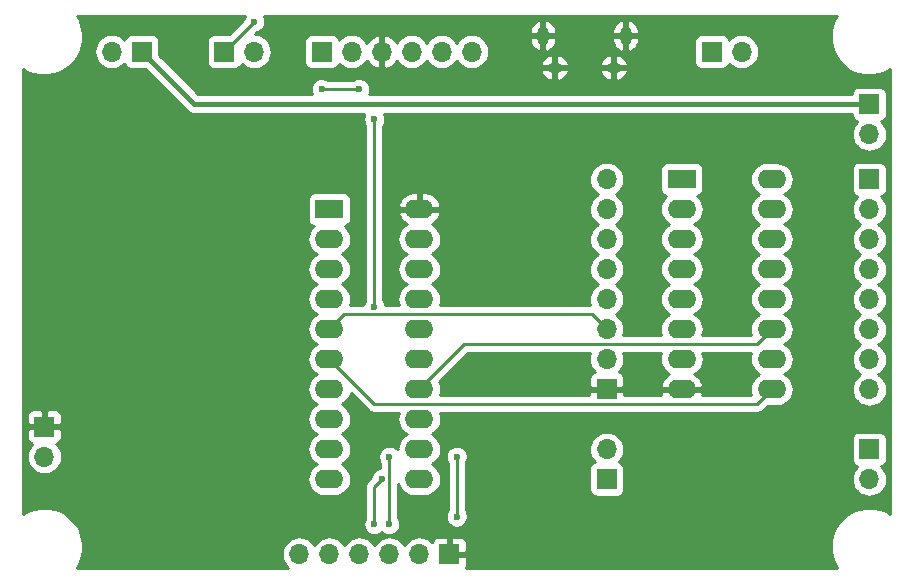
<source format=gbl>
G04 #@! TF.FileFunction,Copper,L2,Bot,Signal*
%FSLAX46Y46*%
G04 Gerber Fmt 4.6, Leading zero omitted, Abs format (unit mm)*
G04 Created by KiCad (PCBNEW 4.0.6) date 04/13/17 11:48:46*
%MOMM*%
%LPD*%
G01*
G04 APERTURE LIST*
%ADD10C,0.150000*%
%ADD11R,1.700000X1.700000*%
%ADD12O,1.700000X1.700000*%
%ADD13O,1.250000X0.950000*%
%ADD14O,1.000000X1.550000*%
%ADD15R,2.400000X1.600000*%
%ADD16O,2.400000X1.600000*%
%ADD17C,0.600000*%
%ADD18C,0.250000*%
%ADD19C,0.450000*%
%ADD20C,0.254000*%
G04 APERTURE END LIST*
D10*
D11*
X120015000Y-97155000D03*
D12*
X120015000Y-99695000D03*
D11*
X135255000Y-65405000D03*
D12*
X137795000Y-65405000D03*
D13*
X168235000Y-66755000D03*
X163235000Y-66755000D03*
D14*
X169235000Y-64055000D03*
X162235000Y-64055000D03*
D11*
X143510000Y-65405000D03*
D12*
X146050000Y-65405000D03*
X148590000Y-65405000D03*
X151130000Y-65405000D03*
X153670000Y-65405000D03*
X156210000Y-65405000D03*
D11*
X167640000Y-93980000D03*
D12*
X167640000Y-91440000D03*
X167640000Y-88900000D03*
X167640000Y-86360000D03*
X167640000Y-83820000D03*
X167640000Y-81280000D03*
X167640000Y-78740000D03*
X167640000Y-76200000D03*
D11*
X189865000Y-76200000D03*
D12*
X189865000Y-78740000D03*
X189865000Y-81280000D03*
X189865000Y-83820000D03*
X189865000Y-86360000D03*
X189865000Y-88900000D03*
X189865000Y-91440000D03*
X189865000Y-93980000D03*
D11*
X189865000Y-99060000D03*
D12*
X189865000Y-101600000D03*
D11*
X167640000Y-101600000D03*
D12*
X167640000Y-99060000D03*
D11*
X176530000Y-65405000D03*
D12*
X179070000Y-65405000D03*
D11*
X128270000Y-65405000D03*
D12*
X125730000Y-65405000D03*
D11*
X189865000Y-69850000D03*
D12*
X189865000Y-72390000D03*
D15*
X144145000Y-78740000D03*
D16*
X151765000Y-101600000D03*
X144145000Y-81280000D03*
X151765000Y-99060000D03*
X144145000Y-83820000D03*
X151765000Y-96520000D03*
X144145000Y-86360000D03*
X151765000Y-93980000D03*
X144145000Y-88900000D03*
X151765000Y-91440000D03*
X144145000Y-91440000D03*
X151765000Y-88900000D03*
X144145000Y-93980000D03*
X151765000Y-86360000D03*
X144145000Y-96520000D03*
X151765000Y-83820000D03*
X144145000Y-99060000D03*
X151765000Y-81280000D03*
X144145000Y-101600000D03*
X151765000Y-78740000D03*
D11*
X154305000Y-107950000D03*
D12*
X151765000Y-107950000D03*
X149225000Y-107950000D03*
X146685000Y-107950000D03*
X144145000Y-107950000D03*
X141605000Y-107950000D03*
D15*
X173990000Y-76200000D03*
D16*
X181610000Y-93980000D03*
X173990000Y-78740000D03*
X181610000Y-91440000D03*
X173990000Y-81280000D03*
X181610000Y-88900000D03*
X173990000Y-83820000D03*
X181610000Y-86360000D03*
X173990000Y-86360000D03*
X181610000Y-83820000D03*
X173990000Y-88900000D03*
X181610000Y-81280000D03*
X173990000Y-91440000D03*
X181610000Y-78740000D03*
X173990000Y-93980000D03*
X181610000Y-76200000D03*
D17*
X177870000Y-81980000D03*
X177870000Y-78090000D03*
X177870000Y-87140000D03*
X135310000Y-68020000D03*
X141060000Y-66880000D03*
X131800000Y-65380000D03*
X126260000Y-106870000D03*
X134530000Y-106870000D03*
X158750000Y-102870000D03*
X158750000Y-98425000D03*
X158750000Y-91440000D03*
X158750000Y-68580000D03*
X152400000Y-68580000D03*
X164465000Y-86360000D03*
X164465000Y-86360000D03*
X164465000Y-91440000D03*
X164465000Y-93980000D03*
X164465000Y-98425000D03*
X164465000Y-102870000D03*
X158750000Y-79375000D03*
X186055000Y-63500000D03*
X170815000Y-68580000D03*
X173355000Y-63500000D03*
X158750000Y-74295000D03*
X164465000Y-79375000D03*
X164465000Y-74930000D03*
X164465000Y-74930000D03*
X166370000Y-71120000D03*
X164465000Y-107950000D03*
X170180000Y-107950000D03*
X175895000Y-107950000D03*
X181610000Y-107950000D03*
X186055000Y-107950000D03*
X186055000Y-102870000D03*
X174625000Y-73660000D03*
X186055000Y-73660000D03*
X186055000Y-75565000D03*
X186055000Y-94615000D03*
X186055000Y-98425000D03*
X135890000Y-93980000D03*
X135890000Y-90805000D03*
X129540000Y-85725000D03*
X129540000Y-80010000D03*
X129540000Y-73660000D03*
X129540000Y-69215000D03*
X125730000Y-100330000D03*
X125730000Y-97790000D03*
X125730000Y-69215000D03*
X120015000Y-69215000D03*
X120015000Y-74295000D03*
X120015000Y-80010000D03*
X120015000Y-85725000D03*
X120015000Y-91440000D03*
X137795000Y-62865000D03*
X143510000Y-68580000D03*
X146685000Y-68580000D03*
X147955000Y-71120000D03*
X147955000Y-86995000D03*
X154940000Y-104775000D03*
X154940000Y-99695000D03*
X151765000Y-107950000D03*
X149225000Y-99695000D03*
X149225000Y-105410000D03*
X147955000Y-105410000D03*
X148590000Y-101600000D03*
D18*
X177870000Y-87140000D02*
X177870000Y-81980000D01*
X177870000Y-73680000D02*
X177850000Y-73660000D01*
X177870000Y-73680000D02*
X177870000Y-78090000D01*
X139920000Y-68020000D02*
X135310000Y-68020000D01*
X148590000Y-65405000D02*
X148590000Y-63770000D01*
X141060000Y-63770000D02*
X141060000Y-66880000D01*
X148590000Y-63770000D02*
X141060000Y-63770000D01*
X141060000Y-66880000D02*
X139920000Y-68020000D01*
X134530000Y-106870000D02*
X126260000Y-106870000D01*
X164465000Y-98425000D02*
X158750000Y-98425000D01*
X158750000Y-68580000D02*
X152400000Y-68580000D01*
X164465000Y-86360000D02*
X164465000Y-86360000D01*
X164465000Y-93980000D02*
X164465000Y-91440000D01*
X164465000Y-102870000D02*
X164465000Y-98425000D01*
X164465000Y-79375000D02*
X158750000Y-79375000D01*
X186055000Y-63500000D02*
X173355000Y-63500000D01*
X164465000Y-74930000D02*
X158750000Y-74295000D01*
X164465000Y-74930000D02*
X164465000Y-79375000D01*
X166370000Y-71120000D02*
X164465000Y-74930000D01*
X186055000Y-102870000D02*
X186055000Y-98425000D01*
X164465000Y-107950000D02*
X170180000Y-107950000D01*
X175895000Y-107950000D02*
X181610000Y-107950000D01*
X186055000Y-107950000D02*
X186055000Y-102870000D01*
X186055000Y-73660000D02*
X177850000Y-73660000D01*
X177850000Y-73660000D02*
X174625000Y-73660000D01*
X186055000Y-94615000D02*
X186055000Y-75565000D01*
X135890000Y-93980000D02*
X135890000Y-90805000D01*
X129540000Y-85725000D02*
X129540000Y-80010000D01*
X129540000Y-73660000D02*
X129540000Y-69215000D01*
X125730000Y-97790000D02*
X125730000Y-100330000D01*
X125730000Y-69215000D02*
X120015000Y-69215000D01*
X120015000Y-74295000D02*
X120015000Y-80010000D01*
X120015000Y-85725000D02*
X120015000Y-91440000D01*
D19*
X128270000Y-65405000D02*
X132715000Y-69850000D01*
X132715000Y-69850000D02*
X189865000Y-69850000D01*
D18*
X135255000Y-65405000D02*
X137795000Y-62865000D01*
X146685000Y-68580000D02*
X143510000Y-68580000D01*
X147955000Y-86995000D02*
X147955000Y-71120000D01*
X147955000Y-86995000D02*
X147955000Y-86995000D01*
X144145000Y-88900000D02*
X145415000Y-87630000D01*
X166370000Y-87630000D02*
X167640000Y-88900000D01*
X145415000Y-87630000D02*
X166370000Y-87630000D01*
X151765000Y-93980000D02*
X155575000Y-90170000D01*
X180340000Y-90170000D02*
X181610000Y-88900000D01*
X155575000Y-90170000D02*
X180340000Y-90170000D01*
X144145000Y-91440000D02*
X147955000Y-95250000D01*
X180340000Y-95250000D02*
X181610000Y-93980000D01*
X147955000Y-95250000D02*
X180340000Y-95250000D01*
X154940000Y-99695000D02*
X154940000Y-104775000D01*
X149225000Y-105410000D02*
X149225000Y-99695000D01*
X147955000Y-102235000D02*
X147955000Y-105410000D01*
X148590000Y-101600000D02*
X147955000Y-102235000D01*
D20*
G36*
X136971689Y-62412381D02*
X136899454Y-62580916D01*
X136871158Y-62714040D01*
X135668270Y-63916928D01*
X134405000Y-63916928D01*
X134303879Y-63924992D01*
X134132366Y-63978106D01*
X133982441Y-64076900D01*
X133865975Y-64213550D01*
X133792190Y-64377237D01*
X133766928Y-64555000D01*
X133766928Y-66255000D01*
X133774992Y-66356121D01*
X133828106Y-66527634D01*
X133926900Y-66677559D01*
X134063550Y-66794025D01*
X134227237Y-66867810D01*
X134405000Y-66893072D01*
X136105000Y-66893072D01*
X136206121Y-66885008D01*
X136377634Y-66831894D01*
X136527559Y-66733100D01*
X136644025Y-66596450D01*
X136717810Y-66432763D01*
X136718171Y-66430224D01*
X136741287Y-66458567D01*
X136964599Y-66643306D01*
X137219539Y-66781152D01*
X137496399Y-66866854D01*
X137784633Y-66897149D01*
X138073261Y-66870882D01*
X138351291Y-66789053D01*
X138608131Y-66654780D01*
X138834000Y-66473177D01*
X139020294Y-66251161D01*
X139159916Y-65997189D01*
X139247549Y-65720934D01*
X139279855Y-65432919D01*
X139280000Y-65412185D01*
X139280000Y-65397815D01*
X139251718Y-65109377D01*
X139167951Y-64831925D01*
X139031888Y-64576029D01*
X139014738Y-64555000D01*
X142021928Y-64555000D01*
X142021928Y-66255000D01*
X142029992Y-66356121D01*
X142083106Y-66527634D01*
X142181900Y-66677559D01*
X142318550Y-66794025D01*
X142482237Y-66867810D01*
X142660000Y-66893072D01*
X144360000Y-66893072D01*
X144461121Y-66885008D01*
X144632634Y-66831894D01*
X144782559Y-66733100D01*
X144899025Y-66596450D01*
X144972810Y-66432763D01*
X144973171Y-66430224D01*
X144996287Y-66458567D01*
X145219599Y-66643306D01*
X145474539Y-66781152D01*
X145751399Y-66866854D01*
X146039633Y-66897149D01*
X146328261Y-66870882D01*
X146606291Y-66789053D01*
X146863131Y-66654780D01*
X147089000Y-66473177D01*
X147275294Y-66251161D01*
X147322600Y-66165111D01*
X147394822Y-66286355D01*
X147589731Y-66502588D01*
X147823080Y-66676641D01*
X148085901Y-66801825D01*
X148233110Y-66846476D01*
X148463000Y-66725155D01*
X148463000Y-65532000D01*
X148443000Y-65532000D01*
X148443000Y-65278000D01*
X148463000Y-65278000D01*
X148463000Y-64084845D01*
X148717000Y-64084845D01*
X148717000Y-65278000D01*
X148737000Y-65278000D01*
X148737000Y-65532000D01*
X148717000Y-65532000D01*
X148717000Y-66725155D01*
X148946890Y-66846476D01*
X149094099Y-66801825D01*
X149356920Y-66676641D01*
X149590269Y-66502588D01*
X149785178Y-66286355D01*
X149856923Y-66165910D01*
X149893112Y-66233971D01*
X150076287Y-66458567D01*
X150299599Y-66643306D01*
X150554539Y-66781152D01*
X150831399Y-66866854D01*
X151119633Y-66897149D01*
X151408261Y-66870882D01*
X151686291Y-66789053D01*
X151943131Y-66654780D01*
X152169000Y-66473177D01*
X152355294Y-66251161D01*
X152399498Y-66170753D01*
X152433112Y-66233971D01*
X152616287Y-66458567D01*
X152839599Y-66643306D01*
X153094539Y-66781152D01*
X153371399Y-66866854D01*
X153659633Y-66897149D01*
X153948261Y-66870882D01*
X154226291Y-66789053D01*
X154483131Y-66654780D01*
X154709000Y-66473177D01*
X154895294Y-66251161D01*
X154939498Y-66170753D01*
X154973112Y-66233971D01*
X155156287Y-66458567D01*
X155379599Y-66643306D01*
X155634539Y-66781152D01*
X155911399Y-66866854D01*
X156199633Y-66897149D01*
X156488261Y-66870882D01*
X156766291Y-66789053D01*
X157023131Y-66654780D01*
X157249000Y-66473177D01*
X157262522Y-66457062D01*
X162015732Y-66457062D01*
X162142266Y-66628000D01*
X163108000Y-66628000D01*
X163108000Y-65802436D01*
X163362000Y-65802436D01*
X163362000Y-66628000D01*
X164327734Y-66628000D01*
X164454268Y-66457062D01*
X167015732Y-66457062D01*
X167142266Y-66628000D01*
X168108000Y-66628000D01*
X168108000Y-65802436D01*
X168362000Y-65802436D01*
X168362000Y-66628000D01*
X169327734Y-66628000D01*
X169454268Y-66457062D01*
X169384603Y-66268850D01*
X169270553Y-66083178D01*
X169122471Y-65923324D01*
X168946049Y-65795431D01*
X168748066Y-65704414D01*
X168536131Y-65653770D01*
X168362000Y-65802436D01*
X168108000Y-65802436D01*
X167933869Y-65653770D01*
X167721934Y-65704414D01*
X167523951Y-65795431D01*
X167347529Y-65923324D01*
X167199447Y-66083178D01*
X167085397Y-66268850D01*
X167015732Y-66457062D01*
X164454268Y-66457062D01*
X164384603Y-66268850D01*
X164270553Y-66083178D01*
X164122471Y-65923324D01*
X163946049Y-65795431D01*
X163748066Y-65704414D01*
X163536131Y-65653770D01*
X163362000Y-65802436D01*
X163108000Y-65802436D01*
X162933869Y-65653770D01*
X162721934Y-65704414D01*
X162523951Y-65795431D01*
X162347529Y-65923324D01*
X162199447Y-66083178D01*
X162085397Y-66268850D01*
X162015732Y-66457062D01*
X157262522Y-66457062D01*
X157435294Y-66251161D01*
X157574916Y-65997189D01*
X157662549Y-65720934D01*
X157694855Y-65432919D01*
X157695000Y-65412185D01*
X157695000Y-65397815D01*
X157666718Y-65109377D01*
X157582951Y-64831925D01*
X157446888Y-64576029D01*
X157263713Y-64351433D01*
X157058903Y-64182000D01*
X161100000Y-64182000D01*
X161100000Y-64457000D01*
X161146585Y-64675987D01*
X161234997Y-64881678D01*
X161361839Y-65066169D01*
X161522236Y-65222369D01*
X161710024Y-65344276D01*
X161933126Y-65424119D01*
X162108000Y-65297954D01*
X162108000Y-64182000D01*
X162362000Y-64182000D01*
X162362000Y-65297954D01*
X162536874Y-65424119D01*
X162759976Y-65344276D01*
X162947764Y-65222369D01*
X163108161Y-65066169D01*
X163235003Y-64881678D01*
X163323415Y-64675987D01*
X163370000Y-64457000D01*
X163370000Y-64182000D01*
X168100000Y-64182000D01*
X168100000Y-64457000D01*
X168146585Y-64675987D01*
X168234997Y-64881678D01*
X168361839Y-65066169D01*
X168522236Y-65222369D01*
X168710024Y-65344276D01*
X168933126Y-65424119D01*
X169108000Y-65297954D01*
X169108000Y-64182000D01*
X169362000Y-64182000D01*
X169362000Y-65297954D01*
X169536874Y-65424119D01*
X169759976Y-65344276D01*
X169947764Y-65222369D01*
X170108161Y-65066169D01*
X170235003Y-64881678D01*
X170323415Y-64675987D01*
X170349152Y-64555000D01*
X175041928Y-64555000D01*
X175041928Y-66255000D01*
X175049992Y-66356121D01*
X175103106Y-66527634D01*
X175201900Y-66677559D01*
X175338550Y-66794025D01*
X175502237Y-66867810D01*
X175680000Y-66893072D01*
X177380000Y-66893072D01*
X177481121Y-66885008D01*
X177652634Y-66831894D01*
X177802559Y-66733100D01*
X177919025Y-66596450D01*
X177992810Y-66432763D01*
X177993171Y-66430224D01*
X178016287Y-66458567D01*
X178239599Y-66643306D01*
X178494539Y-66781152D01*
X178771399Y-66866854D01*
X179059633Y-66897149D01*
X179348261Y-66870882D01*
X179626291Y-66789053D01*
X179883131Y-66654780D01*
X180109000Y-66473177D01*
X180295294Y-66251161D01*
X180434916Y-65997189D01*
X180522549Y-65720934D01*
X180554855Y-65432919D01*
X180555000Y-65412185D01*
X180555000Y-65397815D01*
X180526718Y-65109377D01*
X180442951Y-64831925D01*
X180306888Y-64576029D01*
X180123713Y-64351433D01*
X179900401Y-64166694D01*
X179645461Y-64028848D01*
X179368601Y-63943146D01*
X179080367Y-63912851D01*
X178791739Y-63939118D01*
X178513709Y-64020947D01*
X178256869Y-64155220D01*
X178031000Y-64336823D01*
X177989189Y-64386651D01*
X177956894Y-64282366D01*
X177858100Y-64132441D01*
X177721450Y-64015975D01*
X177557763Y-63942190D01*
X177380000Y-63916928D01*
X175680000Y-63916928D01*
X175578879Y-63924992D01*
X175407366Y-63978106D01*
X175257441Y-64076900D01*
X175140975Y-64213550D01*
X175067190Y-64377237D01*
X175041928Y-64555000D01*
X170349152Y-64555000D01*
X170370000Y-64457000D01*
X170370000Y-64182000D01*
X169362000Y-64182000D01*
X169108000Y-64182000D01*
X168100000Y-64182000D01*
X163370000Y-64182000D01*
X162362000Y-64182000D01*
X162108000Y-64182000D01*
X161100000Y-64182000D01*
X157058903Y-64182000D01*
X157040401Y-64166694D01*
X156785461Y-64028848D01*
X156508601Y-63943146D01*
X156220367Y-63912851D01*
X155931739Y-63939118D01*
X155653709Y-64020947D01*
X155396869Y-64155220D01*
X155171000Y-64336823D01*
X154984706Y-64558839D01*
X154940502Y-64639247D01*
X154906888Y-64576029D01*
X154723713Y-64351433D01*
X154500401Y-64166694D01*
X154245461Y-64028848D01*
X153968601Y-63943146D01*
X153680367Y-63912851D01*
X153391739Y-63939118D01*
X153113709Y-64020947D01*
X152856869Y-64155220D01*
X152631000Y-64336823D01*
X152444706Y-64558839D01*
X152400502Y-64639247D01*
X152366888Y-64576029D01*
X152183713Y-64351433D01*
X151960401Y-64166694D01*
X151705461Y-64028848D01*
X151428601Y-63943146D01*
X151140367Y-63912851D01*
X150851739Y-63939118D01*
X150573709Y-64020947D01*
X150316869Y-64155220D01*
X150091000Y-64336823D01*
X149904706Y-64558839D01*
X149857400Y-64644889D01*
X149785178Y-64523645D01*
X149590269Y-64307412D01*
X149356920Y-64133359D01*
X149094099Y-64008175D01*
X148946890Y-63963524D01*
X148717000Y-64084845D01*
X148463000Y-64084845D01*
X148233110Y-63963524D01*
X148085901Y-64008175D01*
X147823080Y-64133359D01*
X147589731Y-64307412D01*
X147394822Y-64523645D01*
X147323077Y-64644090D01*
X147286888Y-64576029D01*
X147103713Y-64351433D01*
X146880401Y-64166694D01*
X146625461Y-64028848D01*
X146348601Y-63943146D01*
X146060367Y-63912851D01*
X145771739Y-63939118D01*
X145493709Y-64020947D01*
X145236869Y-64155220D01*
X145011000Y-64336823D01*
X144969189Y-64386651D01*
X144936894Y-64282366D01*
X144838100Y-64132441D01*
X144701450Y-64015975D01*
X144537763Y-63942190D01*
X144360000Y-63916928D01*
X142660000Y-63916928D01*
X142558879Y-63924992D01*
X142387366Y-63978106D01*
X142237441Y-64076900D01*
X142120975Y-64213550D01*
X142047190Y-64377237D01*
X142021928Y-64555000D01*
X139014738Y-64555000D01*
X138848713Y-64351433D01*
X138625401Y-64166694D01*
X138370461Y-64028848D01*
X138093601Y-63943146D01*
X137820374Y-63914428D01*
X137947169Y-63787633D01*
X138047657Y-63769914D01*
X138218610Y-63703606D01*
X138298352Y-63653000D01*
X161100000Y-63653000D01*
X161100000Y-63928000D01*
X162108000Y-63928000D01*
X162108000Y-62812046D01*
X162362000Y-62812046D01*
X162362000Y-63928000D01*
X163370000Y-63928000D01*
X163370000Y-63653000D01*
X168100000Y-63653000D01*
X168100000Y-63928000D01*
X169108000Y-63928000D01*
X169108000Y-62812046D01*
X169362000Y-62812046D01*
X169362000Y-63928000D01*
X170370000Y-63928000D01*
X170370000Y-63653000D01*
X170323415Y-63434013D01*
X170235003Y-63228322D01*
X170108161Y-63043831D01*
X169947764Y-62887631D01*
X169759976Y-62765724D01*
X169536874Y-62685881D01*
X169362000Y-62812046D01*
X169108000Y-62812046D01*
X168933126Y-62685881D01*
X168710024Y-62765724D01*
X168522236Y-62887631D01*
X168361839Y-63043831D01*
X168234997Y-63228322D01*
X168146585Y-63434013D01*
X168100000Y-63653000D01*
X163370000Y-63653000D01*
X163323415Y-63434013D01*
X163235003Y-63228322D01*
X163108161Y-63043831D01*
X162947764Y-62887631D01*
X162759976Y-62765724D01*
X162536874Y-62685881D01*
X162362000Y-62812046D01*
X162108000Y-62812046D01*
X161933126Y-62685881D01*
X161710024Y-62765724D01*
X161522236Y-62887631D01*
X161361839Y-63043831D01*
X161234997Y-63228322D01*
X161146585Y-63434013D01*
X161100000Y-63653000D01*
X138298352Y-63653000D01*
X138373429Y-63605355D01*
X138506215Y-63478904D01*
X138611911Y-63329070D01*
X138686492Y-63161560D01*
X138727116Y-62982754D01*
X138730040Y-62773319D01*
X138694425Y-62593448D01*
X138624550Y-62423920D01*
X138580089Y-62357000D01*
X187110677Y-62357000D01*
X186979448Y-62548655D01*
X186726280Y-63139339D01*
X186592665Y-63767949D01*
X186583693Y-64410539D01*
X186699704Y-65042634D01*
X186936280Y-65640158D01*
X187284410Y-66180350D01*
X187730834Y-66642636D01*
X188258548Y-67009407D01*
X188847452Y-67266692D01*
X189475113Y-67404692D01*
X190117625Y-67418151D01*
X190750514Y-67306556D01*
X191349675Y-67074157D01*
X191643000Y-66888007D01*
X191643000Y-104561331D01*
X191431162Y-104418444D01*
X190838724Y-104169406D01*
X190209197Y-104040183D01*
X189566560Y-104035696D01*
X188935290Y-104156117D01*
X188339433Y-104396859D01*
X187801684Y-104748752D01*
X187342526Y-105198393D01*
X186979448Y-105728655D01*
X186726280Y-106319339D01*
X186592665Y-106947949D01*
X186583693Y-107590539D01*
X186699704Y-108222634D01*
X186936280Y-108820158D01*
X187112115Y-109093000D01*
X155720955Y-109093000D01*
X155765597Y-108985223D01*
X155790000Y-108862542D01*
X155790000Y-108235750D01*
X155631250Y-108077000D01*
X154432000Y-108077000D01*
X154432000Y-108097000D01*
X154178000Y-108097000D01*
X154178000Y-108077000D01*
X154158000Y-108077000D01*
X154158000Y-107823000D01*
X154178000Y-107823000D01*
X154178000Y-106623750D01*
X154432000Y-106623750D01*
X154432000Y-107823000D01*
X155631250Y-107823000D01*
X155790000Y-107664250D01*
X155790000Y-107037458D01*
X155765597Y-106914777D01*
X155717730Y-106799215D01*
X155648237Y-106695211D01*
X155559789Y-106606763D01*
X155455785Y-106537270D01*
X155340223Y-106489403D01*
X155217542Y-106465000D01*
X154590750Y-106465000D01*
X154432000Y-106623750D01*
X154178000Y-106623750D01*
X154019250Y-106465000D01*
X153392458Y-106465000D01*
X153269777Y-106489403D01*
X153154215Y-106537270D01*
X153050211Y-106606763D01*
X152961763Y-106695211D01*
X152892270Y-106799215D01*
X152844403Y-106914777D01*
X152842299Y-106925353D01*
X152818713Y-106896433D01*
X152595401Y-106711694D01*
X152340461Y-106573848D01*
X152063601Y-106488146D01*
X151775367Y-106457851D01*
X151486739Y-106484118D01*
X151208709Y-106565947D01*
X150951869Y-106700220D01*
X150726000Y-106881823D01*
X150539706Y-107103839D01*
X150495502Y-107184247D01*
X150461888Y-107121029D01*
X150278713Y-106896433D01*
X150055401Y-106711694D01*
X149800461Y-106573848D01*
X149523601Y-106488146D01*
X149235367Y-106457851D01*
X148946739Y-106484118D01*
X148668709Y-106565947D01*
X148411869Y-106700220D01*
X148186000Y-106881823D01*
X147999706Y-107103839D01*
X147955502Y-107184247D01*
X147921888Y-107121029D01*
X147738713Y-106896433D01*
X147515401Y-106711694D01*
X147260461Y-106573848D01*
X146983601Y-106488146D01*
X146695367Y-106457851D01*
X146406739Y-106484118D01*
X146128709Y-106565947D01*
X145871869Y-106700220D01*
X145646000Y-106881823D01*
X145459706Y-107103839D01*
X145415502Y-107184247D01*
X145381888Y-107121029D01*
X145198713Y-106896433D01*
X144975401Y-106711694D01*
X144720461Y-106573848D01*
X144443601Y-106488146D01*
X144155367Y-106457851D01*
X143866739Y-106484118D01*
X143588709Y-106565947D01*
X143331869Y-106700220D01*
X143106000Y-106881823D01*
X142919706Y-107103839D01*
X142875502Y-107184247D01*
X142841888Y-107121029D01*
X142658713Y-106896433D01*
X142435401Y-106711694D01*
X142180461Y-106573848D01*
X141903601Y-106488146D01*
X141615367Y-106457851D01*
X141326739Y-106484118D01*
X141048709Y-106565947D01*
X140791869Y-106700220D01*
X140566000Y-106881823D01*
X140379706Y-107103839D01*
X140240084Y-107357811D01*
X140152451Y-107634066D01*
X140120145Y-107922081D01*
X140120000Y-107942815D01*
X140120000Y-107957185D01*
X140148282Y-108245623D01*
X140232049Y-108523075D01*
X140368112Y-108778971D01*
X140551287Y-109003567D01*
X140659393Y-109093000D01*
X122771236Y-109093000D01*
X122878122Y-108941479D01*
X123139512Y-108354387D01*
X123281891Y-107727704D01*
X123292141Y-106993674D01*
X123167315Y-106363260D01*
X122922419Y-105769098D01*
X122566781Y-105233819D01*
X122113945Y-104777811D01*
X121581162Y-104418444D01*
X120988724Y-104169406D01*
X120359197Y-104040183D01*
X119716560Y-104035696D01*
X119085290Y-104156117D01*
X118489433Y-104396859D01*
X118237000Y-104562046D01*
X118237000Y-99684633D01*
X118522851Y-99684633D01*
X118549118Y-99973261D01*
X118630947Y-100251291D01*
X118765220Y-100508131D01*
X118946823Y-100734000D01*
X119168839Y-100920294D01*
X119422811Y-101059916D01*
X119699066Y-101147549D01*
X119987081Y-101179855D01*
X120007815Y-101180000D01*
X120022185Y-101180000D01*
X120310623Y-101151718D01*
X120588075Y-101067951D01*
X120843971Y-100931888D01*
X121068567Y-100748713D01*
X121253306Y-100525401D01*
X121391152Y-100270461D01*
X121476854Y-99993601D01*
X121507149Y-99705367D01*
X121480882Y-99416739D01*
X121399053Y-99138709D01*
X121264780Y-98881869D01*
X121083177Y-98656000D01*
X121037939Y-98618041D01*
X121050223Y-98615597D01*
X121165785Y-98567730D01*
X121269789Y-98498237D01*
X121358237Y-98409789D01*
X121427730Y-98305785D01*
X121475597Y-98190223D01*
X121500000Y-98067542D01*
X121500000Y-97440750D01*
X121341250Y-97282000D01*
X120142000Y-97282000D01*
X120142000Y-97302000D01*
X119888000Y-97302000D01*
X119888000Y-97282000D01*
X118688750Y-97282000D01*
X118530000Y-97440750D01*
X118530000Y-98067542D01*
X118554403Y-98190223D01*
X118602270Y-98305785D01*
X118671763Y-98409789D01*
X118760211Y-98498237D01*
X118864215Y-98567730D01*
X118979777Y-98615597D01*
X118990353Y-98617701D01*
X118961433Y-98641287D01*
X118776694Y-98864599D01*
X118638848Y-99119539D01*
X118553146Y-99396399D01*
X118522851Y-99684633D01*
X118237000Y-99684633D01*
X118237000Y-96242458D01*
X118530000Y-96242458D01*
X118530000Y-96869250D01*
X118688750Y-97028000D01*
X119888000Y-97028000D01*
X119888000Y-95828750D01*
X120142000Y-95828750D01*
X120142000Y-97028000D01*
X121341250Y-97028000D01*
X121500000Y-96869250D01*
X121500000Y-96242458D01*
X121475597Y-96119777D01*
X121427730Y-96004215D01*
X121358237Y-95900211D01*
X121269789Y-95811763D01*
X121165785Y-95742270D01*
X121050223Y-95694403D01*
X120927542Y-95670000D01*
X120300750Y-95670000D01*
X120142000Y-95828750D01*
X119888000Y-95828750D01*
X119729250Y-95670000D01*
X119102458Y-95670000D01*
X118979777Y-95694403D01*
X118864215Y-95742270D01*
X118760211Y-95811763D01*
X118671763Y-95900211D01*
X118602270Y-96004215D01*
X118554403Y-96119777D01*
X118530000Y-96242458D01*
X118237000Y-96242458D01*
X118237000Y-66890178D01*
X118408548Y-67009407D01*
X118997452Y-67266692D01*
X119625113Y-67404692D01*
X120267625Y-67418151D01*
X120900514Y-67306556D01*
X121499675Y-67074157D01*
X122042285Y-66729806D01*
X122507676Y-66286620D01*
X122878122Y-65761479D01*
X123040035Y-65397815D01*
X124245000Y-65397815D01*
X124245000Y-65412185D01*
X124273282Y-65700623D01*
X124357049Y-65978075D01*
X124493112Y-66233971D01*
X124676287Y-66458567D01*
X124899599Y-66643306D01*
X125154539Y-66781152D01*
X125431399Y-66866854D01*
X125719633Y-66897149D01*
X126008261Y-66870882D01*
X126286291Y-66789053D01*
X126543131Y-66654780D01*
X126769000Y-66473177D01*
X126810811Y-66423349D01*
X126843106Y-66527634D01*
X126941900Y-66677559D01*
X127078550Y-66794025D01*
X127242237Y-66867810D01*
X127420000Y-66893072D01*
X128541848Y-66893072D01*
X132106888Y-70458112D01*
X132168241Y-70508508D01*
X132229128Y-70559598D01*
X132233096Y-70561780D01*
X132236586Y-70564646D01*
X132306570Y-70602171D01*
X132376210Y-70640456D01*
X132380518Y-70641823D01*
X132384506Y-70643961D01*
X132460487Y-70667190D01*
X132536196Y-70691207D01*
X132540692Y-70691711D01*
X132545015Y-70693033D01*
X132624015Y-70701057D01*
X132702993Y-70709916D01*
X132711838Y-70709978D01*
X132711997Y-70709994D01*
X132712145Y-70709980D01*
X132715000Y-70710000D01*
X147113422Y-70710000D01*
X147059454Y-70835916D01*
X147021331Y-71015272D01*
X147018771Y-71198617D01*
X147051872Y-71378968D01*
X147119372Y-71549454D01*
X147195000Y-71666806D01*
X147195000Y-86449918D01*
X147131689Y-86542381D01*
X147059454Y-86710916D01*
X147025640Y-86870000D01*
X145891019Y-86870000D01*
X145959569Y-86648547D01*
X145988844Y-86370018D01*
X145963461Y-86091108D01*
X145884388Y-85822440D01*
X145754636Y-85574247D01*
X145579147Y-85355983D01*
X145364607Y-85175962D01*
X145207827Y-85089772D01*
X145347996Y-85015242D01*
X145565029Y-84838234D01*
X145743548Y-84622442D01*
X145876753Y-84376085D01*
X145959569Y-84108547D01*
X145988844Y-83830018D01*
X145963461Y-83551108D01*
X145884388Y-83282440D01*
X145754636Y-83034247D01*
X145579147Y-82815983D01*
X145364607Y-82635962D01*
X145207827Y-82549772D01*
X145347996Y-82475242D01*
X145565029Y-82298234D01*
X145743548Y-82082442D01*
X145876753Y-81836085D01*
X145959569Y-81568547D01*
X145988844Y-81290018D01*
X145963461Y-81011108D01*
X145884388Y-80742440D01*
X145754636Y-80494247D01*
X145579147Y-80275983D01*
X145451037Y-80168486D01*
X145617634Y-80116894D01*
X145767559Y-80018100D01*
X145884025Y-79881450D01*
X145957810Y-79717763D01*
X145983072Y-79540000D01*
X145983072Y-77940000D01*
X145975008Y-77838879D01*
X145921894Y-77667366D01*
X145823100Y-77517441D01*
X145686450Y-77400975D01*
X145522763Y-77327190D01*
X145345000Y-77301928D01*
X142945000Y-77301928D01*
X142843879Y-77309992D01*
X142672366Y-77363106D01*
X142522441Y-77461900D01*
X142405975Y-77598550D01*
X142332190Y-77762237D01*
X142306928Y-77940000D01*
X142306928Y-79540000D01*
X142314992Y-79641121D01*
X142368106Y-79812634D01*
X142466900Y-79962559D01*
X142603550Y-80079025D01*
X142767237Y-80152810D01*
X142845012Y-80163863D01*
X142724971Y-80261766D01*
X142546452Y-80477558D01*
X142413247Y-80723915D01*
X142330431Y-80991453D01*
X142301156Y-81269982D01*
X142326539Y-81548892D01*
X142405612Y-81817560D01*
X142535364Y-82065753D01*
X142710853Y-82284017D01*
X142925393Y-82464038D01*
X143082173Y-82550228D01*
X142942004Y-82624758D01*
X142724971Y-82801766D01*
X142546452Y-83017558D01*
X142413247Y-83263915D01*
X142330431Y-83531453D01*
X142301156Y-83809982D01*
X142326539Y-84088892D01*
X142405612Y-84357560D01*
X142535364Y-84605753D01*
X142710853Y-84824017D01*
X142925393Y-85004038D01*
X143082173Y-85090228D01*
X142942004Y-85164758D01*
X142724971Y-85341766D01*
X142546452Y-85557558D01*
X142413247Y-85803915D01*
X142330431Y-86071453D01*
X142301156Y-86349982D01*
X142326539Y-86628892D01*
X142405612Y-86897560D01*
X142535364Y-87145753D01*
X142710853Y-87364017D01*
X142925393Y-87544038D01*
X143082173Y-87630228D01*
X142942004Y-87704758D01*
X142724971Y-87881766D01*
X142546452Y-88097558D01*
X142413247Y-88343915D01*
X142330431Y-88611453D01*
X142301156Y-88889982D01*
X142326539Y-89168892D01*
X142405612Y-89437560D01*
X142535364Y-89685753D01*
X142710853Y-89904017D01*
X142925393Y-90084038D01*
X143082173Y-90170228D01*
X142942004Y-90244758D01*
X142724971Y-90421766D01*
X142546452Y-90637558D01*
X142413247Y-90883915D01*
X142330431Y-91151453D01*
X142301156Y-91429982D01*
X142326539Y-91708892D01*
X142405612Y-91977560D01*
X142535364Y-92225753D01*
X142710853Y-92444017D01*
X142925393Y-92624038D01*
X143082173Y-92710228D01*
X142942004Y-92784758D01*
X142724971Y-92961766D01*
X142546452Y-93177558D01*
X142413247Y-93423915D01*
X142330431Y-93691453D01*
X142301156Y-93969982D01*
X142326539Y-94248892D01*
X142405612Y-94517560D01*
X142535364Y-94765753D01*
X142710853Y-94984017D01*
X142925393Y-95164038D01*
X143082173Y-95250228D01*
X142942004Y-95324758D01*
X142724971Y-95501766D01*
X142546452Y-95717558D01*
X142413247Y-95963915D01*
X142330431Y-96231453D01*
X142301156Y-96509982D01*
X142326539Y-96788892D01*
X142405612Y-97057560D01*
X142535364Y-97305753D01*
X142710853Y-97524017D01*
X142925393Y-97704038D01*
X143082173Y-97790228D01*
X142942004Y-97864758D01*
X142724971Y-98041766D01*
X142546452Y-98257558D01*
X142413247Y-98503915D01*
X142330431Y-98771453D01*
X142301156Y-99049982D01*
X142326539Y-99328892D01*
X142405612Y-99597560D01*
X142535364Y-99845753D01*
X142710853Y-100064017D01*
X142925393Y-100244038D01*
X143082173Y-100330228D01*
X142942004Y-100404758D01*
X142724971Y-100581766D01*
X142546452Y-100797558D01*
X142413247Y-101043915D01*
X142330431Y-101311453D01*
X142301156Y-101589982D01*
X142326539Y-101868892D01*
X142405612Y-102137560D01*
X142535364Y-102385753D01*
X142710853Y-102604017D01*
X142925393Y-102784038D01*
X143170814Y-102918959D01*
X143437768Y-103003642D01*
X143716085Y-103034860D01*
X143736121Y-103035000D01*
X144553879Y-103035000D01*
X144832605Y-103007671D01*
X145100715Y-102926724D01*
X145347996Y-102795242D01*
X145565029Y-102618234D01*
X145743548Y-102402442D01*
X145876753Y-102156085D01*
X145959569Y-101888547D01*
X145988844Y-101610018D01*
X145963461Y-101331108D01*
X145884388Y-101062440D01*
X145754636Y-100814247D01*
X145579147Y-100595983D01*
X145364607Y-100415962D01*
X145207827Y-100329772D01*
X145347996Y-100255242D01*
X145565029Y-100078234D01*
X145743548Y-99862442D01*
X145876753Y-99616085D01*
X145959569Y-99348547D01*
X145988844Y-99070018D01*
X145963461Y-98791108D01*
X145884388Y-98522440D01*
X145754636Y-98274247D01*
X145579147Y-98055983D01*
X145364607Y-97875962D01*
X145207827Y-97789772D01*
X145347996Y-97715242D01*
X145565029Y-97538234D01*
X145743548Y-97322442D01*
X145876753Y-97076085D01*
X145959569Y-96808547D01*
X145988844Y-96530018D01*
X145963461Y-96251108D01*
X145884388Y-95982440D01*
X145754636Y-95734247D01*
X145579147Y-95515983D01*
X145364607Y-95335962D01*
X145207827Y-95249772D01*
X145347996Y-95175242D01*
X145565029Y-94998234D01*
X145743548Y-94782442D01*
X145876753Y-94536085D01*
X145945192Y-94314994D01*
X147417599Y-95787401D01*
X147471855Y-95831968D01*
X147525625Y-95877086D01*
X147529126Y-95879011D01*
X147532215Y-95881548D01*
X147594102Y-95914732D01*
X147655604Y-95948543D01*
X147659412Y-95949751D01*
X147662935Y-95951640D01*
X147730118Y-95972180D01*
X147796987Y-95993392D01*
X147800954Y-95993837D01*
X147804781Y-95995007D01*
X147874699Y-96002109D01*
X147944389Y-96009926D01*
X147952194Y-96009980D01*
X147952347Y-96009996D01*
X147952490Y-96009982D01*
X147955000Y-96010000D01*
X150018981Y-96010000D01*
X149950431Y-96231453D01*
X149921156Y-96509982D01*
X149946539Y-96788892D01*
X150025612Y-97057560D01*
X150155364Y-97305753D01*
X150330853Y-97524017D01*
X150545393Y-97704038D01*
X150702173Y-97790228D01*
X150562004Y-97864758D01*
X150344971Y-98041766D01*
X150166452Y-98257558D01*
X150033247Y-98503915D01*
X149950431Y-98771453D01*
X149921156Y-99049982D01*
X149923066Y-99070970D01*
X149823875Y-98971084D01*
X149671860Y-98868549D01*
X149502825Y-98797493D01*
X149323207Y-98760623D01*
X149139849Y-98759343D01*
X148959733Y-98793701D01*
X148789722Y-98862390D01*
X148636291Y-98962793D01*
X148505283Y-99091086D01*
X148401689Y-99242381D01*
X148329454Y-99410916D01*
X148291331Y-99590272D01*
X148288771Y-99773617D01*
X148321872Y-99953968D01*
X148389372Y-100124454D01*
X148465000Y-100241806D01*
X148465000Y-100671944D01*
X148324733Y-100698701D01*
X148154722Y-100767390D01*
X148001291Y-100867793D01*
X147870283Y-100996086D01*
X147766689Y-101147381D01*
X147694454Y-101315916D01*
X147666158Y-101449040D01*
X147417599Y-101697599D01*
X147373032Y-101751855D01*
X147327914Y-101805625D01*
X147325989Y-101809126D01*
X147323452Y-101812215D01*
X147290287Y-101874067D01*
X147256457Y-101935604D01*
X147255248Y-101939416D01*
X147253361Y-101942935D01*
X147232848Y-102010031D01*
X147211608Y-102076987D01*
X147211162Y-102080959D01*
X147209994Y-102084781D01*
X147202897Y-102154649D01*
X147195074Y-102224389D01*
X147195020Y-102232194D01*
X147195004Y-102232347D01*
X147195018Y-102232490D01*
X147195000Y-102235000D01*
X147195000Y-104864918D01*
X147131689Y-104957381D01*
X147059454Y-105125916D01*
X147021331Y-105305272D01*
X147018771Y-105488617D01*
X147051872Y-105668968D01*
X147119372Y-105839454D01*
X147218701Y-105993583D01*
X147346076Y-106125484D01*
X147496644Y-106230131D01*
X147664671Y-106303540D01*
X147843757Y-106342915D01*
X148027079Y-106346755D01*
X148207657Y-106314914D01*
X148378610Y-106248606D01*
X148533429Y-106150355D01*
X148588995Y-106097440D01*
X148616076Y-106125484D01*
X148766644Y-106230131D01*
X148934671Y-106303540D01*
X149113757Y-106342915D01*
X149297079Y-106346755D01*
X149477657Y-106314914D01*
X149648610Y-106248606D01*
X149803429Y-106150355D01*
X149936215Y-106023904D01*
X150041911Y-105874070D01*
X150116492Y-105706560D01*
X150157116Y-105527754D01*
X150160040Y-105318319D01*
X150124425Y-105138448D01*
X150054550Y-104968920D01*
X149985000Y-104864238D01*
X149985000Y-101999572D01*
X150025612Y-102137560D01*
X150155364Y-102385753D01*
X150330853Y-102604017D01*
X150545393Y-102784038D01*
X150790814Y-102918959D01*
X151057768Y-103003642D01*
X151336085Y-103034860D01*
X151356121Y-103035000D01*
X152173879Y-103035000D01*
X152452605Y-103007671D01*
X152720715Y-102926724D01*
X152967996Y-102795242D01*
X153185029Y-102618234D01*
X153363548Y-102402442D01*
X153496753Y-102156085D01*
X153579569Y-101888547D01*
X153608844Y-101610018D01*
X153583461Y-101331108D01*
X153504388Y-101062440D01*
X153374636Y-100814247D01*
X153199147Y-100595983D01*
X152984607Y-100415962D01*
X152827827Y-100329772D01*
X152967996Y-100255242D01*
X153185029Y-100078234D01*
X153363548Y-99862442D01*
X153411575Y-99773617D01*
X154003771Y-99773617D01*
X154036872Y-99953968D01*
X154104372Y-100124454D01*
X154180000Y-100241806D01*
X154180000Y-104229918D01*
X154116689Y-104322381D01*
X154044454Y-104490916D01*
X154006331Y-104670272D01*
X154003771Y-104853617D01*
X154036872Y-105033968D01*
X154104372Y-105204454D01*
X154203701Y-105358583D01*
X154331076Y-105490484D01*
X154481644Y-105595131D01*
X154649671Y-105668540D01*
X154828757Y-105707915D01*
X155012079Y-105711755D01*
X155192657Y-105679914D01*
X155363610Y-105613606D01*
X155518429Y-105515355D01*
X155651215Y-105388904D01*
X155756911Y-105239070D01*
X155831492Y-105071560D01*
X155872116Y-104892754D01*
X155875040Y-104683319D01*
X155839425Y-104503448D01*
X155769550Y-104333920D01*
X155700000Y-104229238D01*
X155700000Y-100239747D01*
X155756911Y-100159070D01*
X155831492Y-99991560D01*
X155872116Y-99812754D01*
X155875040Y-99603319D01*
X155839425Y-99423448D01*
X155769550Y-99253920D01*
X155668079Y-99101193D01*
X155616878Y-99049633D01*
X166147851Y-99049633D01*
X166174118Y-99338261D01*
X166255947Y-99616291D01*
X166390220Y-99873131D01*
X166571823Y-100099000D01*
X166621651Y-100140811D01*
X166517366Y-100173106D01*
X166367441Y-100271900D01*
X166250975Y-100408550D01*
X166177190Y-100572237D01*
X166151928Y-100750000D01*
X166151928Y-102450000D01*
X166159992Y-102551121D01*
X166213106Y-102722634D01*
X166311900Y-102872559D01*
X166448550Y-102989025D01*
X166612237Y-103062810D01*
X166790000Y-103088072D01*
X168490000Y-103088072D01*
X168591121Y-103080008D01*
X168762634Y-103026894D01*
X168912559Y-102928100D01*
X169029025Y-102791450D01*
X169102810Y-102627763D01*
X169128072Y-102450000D01*
X169128072Y-101589633D01*
X188372851Y-101589633D01*
X188399118Y-101878261D01*
X188480947Y-102156291D01*
X188615220Y-102413131D01*
X188796823Y-102639000D01*
X189018839Y-102825294D01*
X189272811Y-102964916D01*
X189549066Y-103052549D01*
X189837081Y-103084855D01*
X189857815Y-103085000D01*
X189872185Y-103085000D01*
X190160623Y-103056718D01*
X190438075Y-102972951D01*
X190693971Y-102836888D01*
X190918567Y-102653713D01*
X191103306Y-102430401D01*
X191241152Y-102175461D01*
X191326854Y-101898601D01*
X191357149Y-101610367D01*
X191330882Y-101321739D01*
X191249053Y-101043709D01*
X191114780Y-100786869D01*
X190933177Y-100561000D01*
X190883349Y-100519189D01*
X190987634Y-100486894D01*
X191137559Y-100388100D01*
X191254025Y-100251450D01*
X191327810Y-100087763D01*
X191353072Y-99910000D01*
X191353072Y-98210000D01*
X191345008Y-98108879D01*
X191291894Y-97937366D01*
X191193100Y-97787441D01*
X191056450Y-97670975D01*
X190892763Y-97597190D01*
X190715000Y-97571928D01*
X189015000Y-97571928D01*
X188913879Y-97579992D01*
X188742366Y-97633106D01*
X188592441Y-97731900D01*
X188475975Y-97868550D01*
X188402190Y-98032237D01*
X188376928Y-98210000D01*
X188376928Y-99910000D01*
X188384992Y-100011121D01*
X188438106Y-100182634D01*
X188536900Y-100332559D01*
X188673550Y-100449025D01*
X188837237Y-100522810D01*
X188839776Y-100523171D01*
X188811433Y-100546287D01*
X188626694Y-100769599D01*
X188488848Y-101024539D01*
X188403146Y-101301399D01*
X188372851Y-101589633D01*
X169128072Y-101589633D01*
X169128072Y-100750000D01*
X169120008Y-100648879D01*
X169066894Y-100477366D01*
X168968100Y-100327441D01*
X168831450Y-100210975D01*
X168667763Y-100137190D01*
X168665224Y-100136829D01*
X168693567Y-100113713D01*
X168878306Y-99890401D01*
X169016152Y-99635461D01*
X169101854Y-99358601D01*
X169132149Y-99070367D01*
X169105882Y-98781739D01*
X169024053Y-98503709D01*
X168889780Y-98246869D01*
X168708177Y-98021000D01*
X168486161Y-97834706D01*
X168232189Y-97695084D01*
X167955934Y-97607451D01*
X167667919Y-97575145D01*
X167647185Y-97575000D01*
X167632815Y-97575000D01*
X167344377Y-97603282D01*
X167066925Y-97687049D01*
X166811029Y-97823112D01*
X166586433Y-98006287D01*
X166401694Y-98229599D01*
X166263848Y-98484539D01*
X166178146Y-98761399D01*
X166147851Y-99049633D01*
X155616878Y-99049633D01*
X155538875Y-98971084D01*
X155386860Y-98868549D01*
X155217825Y-98797493D01*
X155038207Y-98760623D01*
X154854849Y-98759343D01*
X154674733Y-98793701D01*
X154504722Y-98862390D01*
X154351291Y-98962793D01*
X154220283Y-99091086D01*
X154116689Y-99242381D01*
X154044454Y-99410916D01*
X154006331Y-99590272D01*
X154003771Y-99773617D01*
X153411575Y-99773617D01*
X153496753Y-99616085D01*
X153579569Y-99348547D01*
X153608844Y-99070018D01*
X153583461Y-98791108D01*
X153504388Y-98522440D01*
X153374636Y-98274247D01*
X153199147Y-98055983D01*
X152984607Y-97875962D01*
X152827827Y-97789772D01*
X152967996Y-97715242D01*
X153185029Y-97538234D01*
X153363548Y-97322442D01*
X153496753Y-97076085D01*
X153579569Y-96808547D01*
X153608844Y-96530018D01*
X153583461Y-96251108D01*
X153512499Y-96010000D01*
X180340000Y-96010000D01*
X180409877Y-96003149D01*
X180479803Y-95997031D01*
X180483641Y-95995916D01*
X180487618Y-95995526D01*
X180554821Y-95975236D01*
X180622240Y-95955649D01*
X180625788Y-95953810D01*
X180629613Y-95952655D01*
X180691591Y-95919701D01*
X180753925Y-95887390D01*
X180757048Y-95884897D01*
X180760578Y-95883020D01*
X180814987Y-95838645D01*
X180869846Y-95794852D01*
X180875406Y-95789369D01*
X180875522Y-95789274D01*
X180875611Y-95789166D01*
X180877401Y-95787401D01*
X181249802Y-95415000D01*
X182018879Y-95415000D01*
X182297605Y-95387671D01*
X182565715Y-95306724D01*
X182812996Y-95175242D01*
X183030029Y-94998234D01*
X183208548Y-94782442D01*
X183341753Y-94536085D01*
X183424569Y-94268547D01*
X183453844Y-93990018D01*
X183428461Y-93711108D01*
X183349388Y-93442440D01*
X183219636Y-93194247D01*
X183044147Y-92975983D01*
X182829607Y-92795962D01*
X182672827Y-92709772D01*
X182812996Y-92635242D01*
X183030029Y-92458234D01*
X183208548Y-92242442D01*
X183341753Y-91996085D01*
X183424569Y-91728547D01*
X183453844Y-91450018D01*
X183428461Y-91171108D01*
X183349388Y-90902440D01*
X183219636Y-90654247D01*
X183044147Y-90435983D01*
X182829607Y-90255962D01*
X182672827Y-90169772D01*
X182812996Y-90095242D01*
X183030029Y-89918234D01*
X183208548Y-89702442D01*
X183341753Y-89456085D01*
X183424569Y-89188547D01*
X183453844Y-88910018D01*
X183428461Y-88631108D01*
X183349388Y-88362440D01*
X183219636Y-88114247D01*
X183044147Y-87895983D01*
X182829607Y-87715962D01*
X182672827Y-87629772D01*
X182812996Y-87555242D01*
X183030029Y-87378234D01*
X183208548Y-87162442D01*
X183341753Y-86916085D01*
X183424569Y-86648547D01*
X183453844Y-86370018D01*
X183428461Y-86091108D01*
X183349388Y-85822440D01*
X183219636Y-85574247D01*
X183044147Y-85355983D01*
X182829607Y-85175962D01*
X182672827Y-85089772D01*
X182812996Y-85015242D01*
X183030029Y-84838234D01*
X183208548Y-84622442D01*
X183341753Y-84376085D01*
X183424569Y-84108547D01*
X183453844Y-83830018D01*
X183428461Y-83551108D01*
X183349388Y-83282440D01*
X183219636Y-83034247D01*
X183044147Y-82815983D01*
X182829607Y-82635962D01*
X182672827Y-82549772D01*
X182812996Y-82475242D01*
X183030029Y-82298234D01*
X183208548Y-82082442D01*
X183341753Y-81836085D01*
X183424569Y-81568547D01*
X183453844Y-81290018D01*
X183428461Y-81011108D01*
X183349388Y-80742440D01*
X183219636Y-80494247D01*
X183044147Y-80275983D01*
X182829607Y-80095962D01*
X182672827Y-80009772D01*
X182812996Y-79935242D01*
X183030029Y-79758234D01*
X183208548Y-79542442D01*
X183341753Y-79296085D01*
X183424569Y-79028547D01*
X183453844Y-78750018D01*
X183451989Y-78729633D01*
X188372851Y-78729633D01*
X188399118Y-79018261D01*
X188480947Y-79296291D01*
X188615220Y-79553131D01*
X188796823Y-79779000D01*
X189018839Y-79965294D01*
X189099247Y-80009498D01*
X189036029Y-80043112D01*
X188811433Y-80226287D01*
X188626694Y-80449599D01*
X188488848Y-80704539D01*
X188403146Y-80981399D01*
X188372851Y-81269633D01*
X188399118Y-81558261D01*
X188480947Y-81836291D01*
X188615220Y-82093131D01*
X188796823Y-82319000D01*
X189018839Y-82505294D01*
X189099247Y-82549498D01*
X189036029Y-82583112D01*
X188811433Y-82766287D01*
X188626694Y-82989599D01*
X188488848Y-83244539D01*
X188403146Y-83521399D01*
X188372851Y-83809633D01*
X188399118Y-84098261D01*
X188480947Y-84376291D01*
X188615220Y-84633131D01*
X188796823Y-84859000D01*
X189018839Y-85045294D01*
X189099247Y-85089498D01*
X189036029Y-85123112D01*
X188811433Y-85306287D01*
X188626694Y-85529599D01*
X188488848Y-85784539D01*
X188403146Y-86061399D01*
X188372851Y-86349633D01*
X188399118Y-86638261D01*
X188480947Y-86916291D01*
X188615220Y-87173131D01*
X188796823Y-87399000D01*
X189018839Y-87585294D01*
X189099247Y-87629498D01*
X189036029Y-87663112D01*
X188811433Y-87846287D01*
X188626694Y-88069599D01*
X188488848Y-88324539D01*
X188403146Y-88601399D01*
X188372851Y-88889633D01*
X188399118Y-89178261D01*
X188480947Y-89456291D01*
X188615220Y-89713131D01*
X188796823Y-89939000D01*
X189018839Y-90125294D01*
X189099247Y-90169498D01*
X189036029Y-90203112D01*
X188811433Y-90386287D01*
X188626694Y-90609599D01*
X188488848Y-90864539D01*
X188403146Y-91141399D01*
X188372851Y-91429633D01*
X188399118Y-91718261D01*
X188480947Y-91996291D01*
X188615220Y-92253131D01*
X188796823Y-92479000D01*
X189018839Y-92665294D01*
X189099247Y-92709498D01*
X189036029Y-92743112D01*
X188811433Y-92926287D01*
X188626694Y-93149599D01*
X188488848Y-93404539D01*
X188403146Y-93681399D01*
X188372851Y-93969633D01*
X188399118Y-94258261D01*
X188480947Y-94536291D01*
X188615220Y-94793131D01*
X188796823Y-95019000D01*
X189018839Y-95205294D01*
X189272811Y-95344916D01*
X189549066Y-95432549D01*
X189837081Y-95464855D01*
X189857815Y-95465000D01*
X189872185Y-95465000D01*
X190160623Y-95436718D01*
X190438075Y-95352951D01*
X190693971Y-95216888D01*
X190918567Y-95033713D01*
X191103306Y-94810401D01*
X191241152Y-94555461D01*
X191326854Y-94278601D01*
X191357149Y-93990367D01*
X191330882Y-93701739D01*
X191249053Y-93423709D01*
X191114780Y-93166869D01*
X190933177Y-92941000D01*
X190711161Y-92754706D01*
X190630753Y-92710502D01*
X190693971Y-92676888D01*
X190918567Y-92493713D01*
X191103306Y-92270401D01*
X191241152Y-92015461D01*
X191326854Y-91738601D01*
X191357149Y-91450367D01*
X191330882Y-91161739D01*
X191249053Y-90883709D01*
X191114780Y-90626869D01*
X190933177Y-90401000D01*
X190711161Y-90214706D01*
X190630753Y-90170502D01*
X190693971Y-90136888D01*
X190918567Y-89953713D01*
X191103306Y-89730401D01*
X191241152Y-89475461D01*
X191326854Y-89198601D01*
X191357149Y-88910367D01*
X191330882Y-88621739D01*
X191249053Y-88343709D01*
X191114780Y-88086869D01*
X190933177Y-87861000D01*
X190711161Y-87674706D01*
X190630753Y-87630502D01*
X190693971Y-87596888D01*
X190918567Y-87413713D01*
X191103306Y-87190401D01*
X191241152Y-86935461D01*
X191326854Y-86658601D01*
X191357149Y-86370367D01*
X191330882Y-86081739D01*
X191249053Y-85803709D01*
X191114780Y-85546869D01*
X190933177Y-85321000D01*
X190711161Y-85134706D01*
X190630753Y-85090502D01*
X190693971Y-85056888D01*
X190918567Y-84873713D01*
X191103306Y-84650401D01*
X191241152Y-84395461D01*
X191326854Y-84118601D01*
X191357149Y-83830367D01*
X191330882Y-83541739D01*
X191249053Y-83263709D01*
X191114780Y-83006869D01*
X190933177Y-82781000D01*
X190711161Y-82594706D01*
X190630753Y-82550502D01*
X190693971Y-82516888D01*
X190918567Y-82333713D01*
X191103306Y-82110401D01*
X191241152Y-81855461D01*
X191326854Y-81578601D01*
X191357149Y-81290367D01*
X191330882Y-81001739D01*
X191249053Y-80723709D01*
X191114780Y-80466869D01*
X190933177Y-80241000D01*
X190711161Y-80054706D01*
X190630753Y-80010502D01*
X190693971Y-79976888D01*
X190918567Y-79793713D01*
X191103306Y-79570401D01*
X191241152Y-79315461D01*
X191326854Y-79038601D01*
X191357149Y-78750367D01*
X191330882Y-78461739D01*
X191249053Y-78183709D01*
X191114780Y-77926869D01*
X190933177Y-77701000D01*
X190883349Y-77659189D01*
X190987634Y-77626894D01*
X191137559Y-77528100D01*
X191254025Y-77391450D01*
X191327810Y-77227763D01*
X191353072Y-77050000D01*
X191353072Y-75350000D01*
X191345008Y-75248879D01*
X191291894Y-75077366D01*
X191193100Y-74927441D01*
X191056450Y-74810975D01*
X190892763Y-74737190D01*
X190715000Y-74711928D01*
X189015000Y-74711928D01*
X188913879Y-74719992D01*
X188742366Y-74773106D01*
X188592441Y-74871900D01*
X188475975Y-75008550D01*
X188402190Y-75172237D01*
X188376928Y-75350000D01*
X188376928Y-77050000D01*
X188384992Y-77151121D01*
X188438106Y-77322634D01*
X188536900Y-77472559D01*
X188673550Y-77589025D01*
X188837237Y-77662810D01*
X188839776Y-77663171D01*
X188811433Y-77686287D01*
X188626694Y-77909599D01*
X188488848Y-78164539D01*
X188403146Y-78441399D01*
X188372851Y-78729633D01*
X183451989Y-78729633D01*
X183428461Y-78471108D01*
X183349388Y-78202440D01*
X183219636Y-77954247D01*
X183044147Y-77735983D01*
X182829607Y-77555962D01*
X182672827Y-77469772D01*
X182812996Y-77395242D01*
X183030029Y-77218234D01*
X183208548Y-77002442D01*
X183341753Y-76756085D01*
X183424569Y-76488547D01*
X183453844Y-76210018D01*
X183428461Y-75931108D01*
X183349388Y-75662440D01*
X183219636Y-75414247D01*
X183044147Y-75195983D01*
X182829607Y-75015962D01*
X182584186Y-74881041D01*
X182317232Y-74796358D01*
X182038915Y-74765140D01*
X182018879Y-74765000D01*
X181201121Y-74765000D01*
X180922395Y-74792329D01*
X180654285Y-74873276D01*
X180407004Y-75004758D01*
X180189971Y-75181766D01*
X180011452Y-75397558D01*
X179878247Y-75643915D01*
X179795431Y-75911453D01*
X179766156Y-76189982D01*
X179791539Y-76468892D01*
X179870612Y-76737560D01*
X180000364Y-76985753D01*
X180175853Y-77204017D01*
X180390393Y-77384038D01*
X180547173Y-77470228D01*
X180407004Y-77544758D01*
X180189971Y-77721766D01*
X180011452Y-77937558D01*
X179878247Y-78183915D01*
X179795431Y-78451453D01*
X179766156Y-78729982D01*
X179791539Y-79008892D01*
X179870612Y-79277560D01*
X180000364Y-79525753D01*
X180175853Y-79744017D01*
X180390393Y-79924038D01*
X180547173Y-80010228D01*
X180407004Y-80084758D01*
X180189971Y-80261766D01*
X180011452Y-80477558D01*
X179878247Y-80723915D01*
X179795431Y-80991453D01*
X179766156Y-81269982D01*
X179791539Y-81548892D01*
X179870612Y-81817560D01*
X180000364Y-82065753D01*
X180175853Y-82284017D01*
X180390393Y-82464038D01*
X180547173Y-82550228D01*
X180407004Y-82624758D01*
X180189971Y-82801766D01*
X180011452Y-83017558D01*
X179878247Y-83263915D01*
X179795431Y-83531453D01*
X179766156Y-83809982D01*
X179791539Y-84088892D01*
X179870612Y-84357560D01*
X180000364Y-84605753D01*
X180175853Y-84824017D01*
X180390393Y-85004038D01*
X180547173Y-85090228D01*
X180407004Y-85164758D01*
X180189971Y-85341766D01*
X180011452Y-85557558D01*
X179878247Y-85803915D01*
X179795431Y-86071453D01*
X179766156Y-86349982D01*
X179791539Y-86628892D01*
X179870612Y-86897560D01*
X180000364Y-87145753D01*
X180175853Y-87364017D01*
X180390393Y-87544038D01*
X180547173Y-87630228D01*
X180407004Y-87704758D01*
X180189971Y-87881766D01*
X180011452Y-88097558D01*
X179878247Y-88343915D01*
X179795431Y-88611453D01*
X179766156Y-88889982D01*
X179791539Y-89168892D01*
X179862501Y-89410000D01*
X175736019Y-89410000D01*
X175804569Y-89188547D01*
X175833844Y-88910018D01*
X175808461Y-88631108D01*
X175729388Y-88362440D01*
X175599636Y-88114247D01*
X175424147Y-87895983D01*
X175209607Y-87715962D01*
X175052827Y-87629772D01*
X175192996Y-87555242D01*
X175410029Y-87378234D01*
X175588548Y-87162442D01*
X175721753Y-86916085D01*
X175804569Y-86648547D01*
X175833844Y-86370018D01*
X175808461Y-86091108D01*
X175729388Y-85822440D01*
X175599636Y-85574247D01*
X175424147Y-85355983D01*
X175209607Y-85175962D01*
X175052827Y-85089772D01*
X175192996Y-85015242D01*
X175410029Y-84838234D01*
X175588548Y-84622442D01*
X175721753Y-84376085D01*
X175804569Y-84108547D01*
X175833844Y-83830018D01*
X175808461Y-83551108D01*
X175729388Y-83282440D01*
X175599636Y-83034247D01*
X175424147Y-82815983D01*
X175209607Y-82635962D01*
X175052827Y-82549772D01*
X175192996Y-82475242D01*
X175410029Y-82298234D01*
X175588548Y-82082442D01*
X175721753Y-81836085D01*
X175804569Y-81568547D01*
X175833844Y-81290018D01*
X175808461Y-81011108D01*
X175729388Y-80742440D01*
X175599636Y-80494247D01*
X175424147Y-80275983D01*
X175209607Y-80095962D01*
X175052827Y-80009772D01*
X175192996Y-79935242D01*
X175410029Y-79758234D01*
X175588548Y-79542442D01*
X175721753Y-79296085D01*
X175804569Y-79028547D01*
X175833844Y-78750018D01*
X175808461Y-78471108D01*
X175729388Y-78202440D01*
X175599636Y-77954247D01*
X175424147Y-77735983D01*
X175296037Y-77628486D01*
X175462634Y-77576894D01*
X175612559Y-77478100D01*
X175729025Y-77341450D01*
X175802810Y-77177763D01*
X175828072Y-77000000D01*
X175828072Y-75400000D01*
X175820008Y-75298879D01*
X175766894Y-75127366D01*
X175668100Y-74977441D01*
X175531450Y-74860975D01*
X175367763Y-74787190D01*
X175190000Y-74761928D01*
X172790000Y-74761928D01*
X172688879Y-74769992D01*
X172517366Y-74823106D01*
X172367441Y-74921900D01*
X172250975Y-75058550D01*
X172177190Y-75222237D01*
X172151928Y-75400000D01*
X172151928Y-77000000D01*
X172159992Y-77101121D01*
X172213106Y-77272634D01*
X172311900Y-77422559D01*
X172448550Y-77539025D01*
X172612237Y-77612810D01*
X172690012Y-77623863D01*
X172569971Y-77721766D01*
X172391452Y-77937558D01*
X172258247Y-78183915D01*
X172175431Y-78451453D01*
X172146156Y-78729982D01*
X172171539Y-79008892D01*
X172250612Y-79277560D01*
X172380364Y-79525753D01*
X172555853Y-79744017D01*
X172770393Y-79924038D01*
X172927173Y-80010228D01*
X172787004Y-80084758D01*
X172569971Y-80261766D01*
X172391452Y-80477558D01*
X172258247Y-80723915D01*
X172175431Y-80991453D01*
X172146156Y-81269982D01*
X172171539Y-81548892D01*
X172250612Y-81817560D01*
X172380364Y-82065753D01*
X172555853Y-82284017D01*
X172770393Y-82464038D01*
X172927173Y-82550228D01*
X172787004Y-82624758D01*
X172569971Y-82801766D01*
X172391452Y-83017558D01*
X172258247Y-83263915D01*
X172175431Y-83531453D01*
X172146156Y-83809982D01*
X172171539Y-84088892D01*
X172250612Y-84357560D01*
X172380364Y-84605753D01*
X172555853Y-84824017D01*
X172770393Y-85004038D01*
X172927173Y-85090228D01*
X172787004Y-85164758D01*
X172569971Y-85341766D01*
X172391452Y-85557558D01*
X172258247Y-85803915D01*
X172175431Y-86071453D01*
X172146156Y-86349982D01*
X172171539Y-86628892D01*
X172250612Y-86897560D01*
X172380364Y-87145753D01*
X172555853Y-87364017D01*
X172770393Y-87544038D01*
X172927173Y-87630228D01*
X172787004Y-87704758D01*
X172569971Y-87881766D01*
X172391452Y-88097558D01*
X172258247Y-88343915D01*
X172175431Y-88611453D01*
X172146156Y-88889982D01*
X172171539Y-89168892D01*
X172242501Y-89410000D01*
X169036415Y-89410000D01*
X169101854Y-89198601D01*
X169132149Y-88910367D01*
X169105882Y-88621739D01*
X169024053Y-88343709D01*
X168889780Y-88086869D01*
X168708177Y-87861000D01*
X168486161Y-87674706D01*
X168405753Y-87630502D01*
X168468971Y-87596888D01*
X168693567Y-87413713D01*
X168878306Y-87190401D01*
X169016152Y-86935461D01*
X169101854Y-86658601D01*
X169132149Y-86370367D01*
X169105882Y-86081739D01*
X169024053Y-85803709D01*
X168889780Y-85546869D01*
X168708177Y-85321000D01*
X168486161Y-85134706D01*
X168405753Y-85090502D01*
X168468971Y-85056888D01*
X168693567Y-84873713D01*
X168878306Y-84650401D01*
X169016152Y-84395461D01*
X169101854Y-84118601D01*
X169132149Y-83830367D01*
X169105882Y-83541739D01*
X169024053Y-83263709D01*
X168889780Y-83006869D01*
X168708177Y-82781000D01*
X168486161Y-82594706D01*
X168405753Y-82550502D01*
X168468971Y-82516888D01*
X168693567Y-82333713D01*
X168878306Y-82110401D01*
X169016152Y-81855461D01*
X169101854Y-81578601D01*
X169132149Y-81290367D01*
X169105882Y-81001739D01*
X169024053Y-80723709D01*
X168889780Y-80466869D01*
X168708177Y-80241000D01*
X168486161Y-80054706D01*
X168405753Y-80010502D01*
X168468971Y-79976888D01*
X168693567Y-79793713D01*
X168878306Y-79570401D01*
X169016152Y-79315461D01*
X169101854Y-79038601D01*
X169132149Y-78750367D01*
X169105882Y-78461739D01*
X169024053Y-78183709D01*
X168889780Y-77926869D01*
X168708177Y-77701000D01*
X168486161Y-77514706D01*
X168405753Y-77470502D01*
X168468971Y-77436888D01*
X168693567Y-77253713D01*
X168878306Y-77030401D01*
X169016152Y-76775461D01*
X169101854Y-76498601D01*
X169132149Y-76210367D01*
X169105882Y-75921739D01*
X169024053Y-75643709D01*
X168889780Y-75386869D01*
X168708177Y-75161000D01*
X168486161Y-74974706D01*
X168232189Y-74835084D01*
X167955934Y-74747451D01*
X167667919Y-74715145D01*
X167647185Y-74715000D01*
X167632815Y-74715000D01*
X167344377Y-74743282D01*
X167066925Y-74827049D01*
X166811029Y-74963112D01*
X166586433Y-75146287D01*
X166401694Y-75369599D01*
X166263848Y-75624539D01*
X166178146Y-75901399D01*
X166147851Y-76189633D01*
X166174118Y-76478261D01*
X166255947Y-76756291D01*
X166390220Y-77013131D01*
X166571823Y-77239000D01*
X166793839Y-77425294D01*
X166874247Y-77469498D01*
X166811029Y-77503112D01*
X166586433Y-77686287D01*
X166401694Y-77909599D01*
X166263848Y-78164539D01*
X166178146Y-78441399D01*
X166147851Y-78729633D01*
X166174118Y-79018261D01*
X166255947Y-79296291D01*
X166390220Y-79553131D01*
X166571823Y-79779000D01*
X166793839Y-79965294D01*
X166874247Y-80009498D01*
X166811029Y-80043112D01*
X166586433Y-80226287D01*
X166401694Y-80449599D01*
X166263848Y-80704539D01*
X166178146Y-80981399D01*
X166147851Y-81269633D01*
X166174118Y-81558261D01*
X166255947Y-81836291D01*
X166390220Y-82093131D01*
X166571823Y-82319000D01*
X166793839Y-82505294D01*
X166874247Y-82549498D01*
X166811029Y-82583112D01*
X166586433Y-82766287D01*
X166401694Y-82989599D01*
X166263848Y-83244539D01*
X166178146Y-83521399D01*
X166147851Y-83809633D01*
X166174118Y-84098261D01*
X166255947Y-84376291D01*
X166390220Y-84633131D01*
X166571823Y-84859000D01*
X166793839Y-85045294D01*
X166874247Y-85089498D01*
X166811029Y-85123112D01*
X166586433Y-85306287D01*
X166401694Y-85529599D01*
X166263848Y-85784539D01*
X166178146Y-86061399D01*
X166147851Y-86349633D01*
X166174118Y-86638261D01*
X166242323Y-86870000D01*
X153511019Y-86870000D01*
X153579569Y-86648547D01*
X153608844Y-86370018D01*
X153583461Y-86091108D01*
X153504388Y-85822440D01*
X153374636Y-85574247D01*
X153199147Y-85355983D01*
X152984607Y-85175962D01*
X152827827Y-85089772D01*
X152967996Y-85015242D01*
X153185029Y-84838234D01*
X153363548Y-84622442D01*
X153496753Y-84376085D01*
X153579569Y-84108547D01*
X153608844Y-83830018D01*
X153583461Y-83551108D01*
X153504388Y-83282440D01*
X153374636Y-83034247D01*
X153199147Y-82815983D01*
X152984607Y-82635962D01*
X152827827Y-82549772D01*
X152967996Y-82475242D01*
X153185029Y-82298234D01*
X153363548Y-82082442D01*
X153496753Y-81836085D01*
X153579569Y-81568547D01*
X153608844Y-81290018D01*
X153583461Y-81011108D01*
X153504388Y-80742440D01*
X153374636Y-80494247D01*
X153199147Y-80275983D01*
X152984607Y-80095962D01*
X152835956Y-80014241D01*
X153067839Y-79862601D01*
X153269500Y-79664895D01*
X153428715Y-79431646D01*
X153539367Y-79171818D01*
X153556904Y-79089039D01*
X153434915Y-78867000D01*
X151892000Y-78867000D01*
X151892000Y-78887000D01*
X151638000Y-78887000D01*
X151638000Y-78867000D01*
X150095085Y-78867000D01*
X149973096Y-79089039D01*
X149990633Y-79171818D01*
X150101285Y-79431646D01*
X150260500Y-79664895D01*
X150462161Y-79862601D01*
X150694305Y-80014412D01*
X150562004Y-80084758D01*
X150344971Y-80261766D01*
X150166452Y-80477558D01*
X150033247Y-80723915D01*
X149950431Y-80991453D01*
X149921156Y-81269982D01*
X149946539Y-81548892D01*
X150025612Y-81817560D01*
X150155364Y-82065753D01*
X150330853Y-82284017D01*
X150545393Y-82464038D01*
X150702173Y-82550228D01*
X150562004Y-82624758D01*
X150344971Y-82801766D01*
X150166452Y-83017558D01*
X150033247Y-83263915D01*
X149950431Y-83531453D01*
X149921156Y-83809982D01*
X149946539Y-84088892D01*
X150025612Y-84357560D01*
X150155364Y-84605753D01*
X150330853Y-84824017D01*
X150545393Y-85004038D01*
X150702173Y-85090228D01*
X150562004Y-85164758D01*
X150344971Y-85341766D01*
X150166452Y-85557558D01*
X150033247Y-85803915D01*
X149950431Y-86071453D01*
X149921156Y-86349982D01*
X149946539Y-86628892D01*
X150017501Y-86870000D01*
X148883443Y-86870000D01*
X148854425Y-86723448D01*
X148784550Y-86553920D01*
X148715000Y-86449238D01*
X148715000Y-78390961D01*
X149973096Y-78390961D01*
X150095085Y-78613000D01*
X151638000Y-78613000D01*
X151638000Y-77305000D01*
X151892000Y-77305000D01*
X151892000Y-78613000D01*
X153434915Y-78613000D01*
X153556904Y-78390961D01*
X153539367Y-78308182D01*
X153428715Y-78048354D01*
X153269500Y-77815105D01*
X153067839Y-77617399D01*
X152831483Y-77462834D01*
X152569514Y-77357350D01*
X152292000Y-77305000D01*
X151892000Y-77305000D01*
X151638000Y-77305000D01*
X151238000Y-77305000D01*
X150960486Y-77357350D01*
X150698517Y-77462834D01*
X150462161Y-77617399D01*
X150260500Y-77815105D01*
X150101285Y-78048354D01*
X149990633Y-78308182D01*
X149973096Y-78390961D01*
X148715000Y-78390961D01*
X148715000Y-71664747D01*
X148771911Y-71584070D01*
X148846492Y-71416560D01*
X148887116Y-71237754D01*
X148890040Y-71028319D01*
X148854425Y-70848448D01*
X148797360Y-70710000D01*
X188377725Y-70710000D01*
X188384992Y-70801121D01*
X188438106Y-70972634D01*
X188536900Y-71122559D01*
X188673550Y-71239025D01*
X188837237Y-71312810D01*
X188839776Y-71313171D01*
X188811433Y-71336287D01*
X188626694Y-71559599D01*
X188488848Y-71814539D01*
X188403146Y-72091399D01*
X188372851Y-72379633D01*
X188399118Y-72668261D01*
X188480947Y-72946291D01*
X188615220Y-73203131D01*
X188796823Y-73429000D01*
X189018839Y-73615294D01*
X189272811Y-73754916D01*
X189549066Y-73842549D01*
X189837081Y-73874855D01*
X189857815Y-73875000D01*
X189872185Y-73875000D01*
X190160623Y-73846718D01*
X190438075Y-73762951D01*
X190693971Y-73626888D01*
X190918567Y-73443713D01*
X191103306Y-73220401D01*
X191241152Y-72965461D01*
X191326854Y-72688601D01*
X191357149Y-72400367D01*
X191330882Y-72111739D01*
X191249053Y-71833709D01*
X191114780Y-71576869D01*
X190933177Y-71351000D01*
X190883349Y-71309189D01*
X190987634Y-71276894D01*
X191137559Y-71178100D01*
X191254025Y-71041450D01*
X191327810Y-70877763D01*
X191353072Y-70700000D01*
X191353072Y-69000000D01*
X191345008Y-68898879D01*
X191291894Y-68727366D01*
X191193100Y-68577441D01*
X191056450Y-68460975D01*
X190892763Y-68387190D01*
X190715000Y-68361928D01*
X189015000Y-68361928D01*
X188913879Y-68369992D01*
X188742366Y-68423106D01*
X188592441Y-68521900D01*
X188475975Y-68658550D01*
X188402190Y-68822237D01*
X188378349Y-68990000D01*
X147525985Y-68990000D01*
X147576492Y-68876560D01*
X147617116Y-68697754D01*
X147620040Y-68488319D01*
X147584425Y-68308448D01*
X147514550Y-68138920D01*
X147413079Y-67986193D01*
X147283875Y-67856084D01*
X147131860Y-67753549D01*
X146962825Y-67682493D01*
X146783207Y-67645623D01*
X146599849Y-67644343D01*
X146419733Y-67678701D01*
X146249722Y-67747390D01*
X146138763Y-67820000D01*
X144055378Y-67820000D01*
X143956860Y-67753549D01*
X143787825Y-67682493D01*
X143608207Y-67645623D01*
X143424849Y-67644343D01*
X143244733Y-67678701D01*
X143074722Y-67747390D01*
X142921291Y-67847793D01*
X142790283Y-67976086D01*
X142686689Y-68127381D01*
X142614454Y-68295916D01*
X142576331Y-68475272D01*
X142573771Y-68658617D01*
X142606872Y-68838968D01*
X142666670Y-68990000D01*
X133071224Y-68990000D01*
X131134162Y-67052938D01*
X162015732Y-67052938D01*
X162085397Y-67241150D01*
X162199447Y-67426822D01*
X162347529Y-67586676D01*
X162523951Y-67714569D01*
X162721934Y-67805586D01*
X162933869Y-67856230D01*
X163108000Y-67707564D01*
X163108000Y-66882000D01*
X163362000Y-66882000D01*
X163362000Y-67707564D01*
X163536131Y-67856230D01*
X163748066Y-67805586D01*
X163946049Y-67714569D01*
X164122471Y-67586676D01*
X164270553Y-67426822D01*
X164384603Y-67241150D01*
X164454268Y-67052938D01*
X167015732Y-67052938D01*
X167085397Y-67241150D01*
X167199447Y-67426822D01*
X167347529Y-67586676D01*
X167523951Y-67714569D01*
X167721934Y-67805586D01*
X167933869Y-67856230D01*
X168108000Y-67707564D01*
X168108000Y-66882000D01*
X168362000Y-66882000D01*
X168362000Y-67707564D01*
X168536131Y-67856230D01*
X168748066Y-67805586D01*
X168946049Y-67714569D01*
X169122471Y-67586676D01*
X169270553Y-67426822D01*
X169384603Y-67241150D01*
X169454268Y-67052938D01*
X169327734Y-66882000D01*
X168362000Y-66882000D01*
X168108000Y-66882000D01*
X167142266Y-66882000D01*
X167015732Y-67052938D01*
X164454268Y-67052938D01*
X164327734Y-66882000D01*
X163362000Y-66882000D01*
X163108000Y-66882000D01*
X162142266Y-66882000D01*
X162015732Y-67052938D01*
X131134162Y-67052938D01*
X129758072Y-65676848D01*
X129758072Y-64555000D01*
X129750008Y-64453879D01*
X129696894Y-64282366D01*
X129598100Y-64132441D01*
X129461450Y-64015975D01*
X129297763Y-63942190D01*
X129120000Y-63916928D01*
X127420000Y-63916928D01*
X127318879Y-63924992D01*
X127147366Y-63978106D01*
X126997441Y-64076900D01*
X126880975Y-64213550D01*
X126807190Y-64377237D01*
X126806829Y-64379776D01*
X126783713Y-64351433D01*
X126560401Y-64166694D01*
X126305461Y-64028848D01*
X126028601Y-63943146D01*
X125740367Y-63912851D01*
X125451739Y-63939118D01*
X125173709Y-64020947D01*
X124916869Y-64155220D01*
X124691000Y-64336823D01*
X124504706Y-64558839D01*
X124365084Y-64812811D01*
X124277451Y-65089066D01*
X124245145Y-65377081D01*
X124245000Y-65397815D01*
X123040035Y-65397815D01*
X123139512Y-65174387D01*
X123281891Y-64547704D01*
X123292141Y-63813674D01*
X123167315Y-63183260D01*
X122922419Y-62589098D01*
X122768214Y-62357000D01*
X137009609Y-62357000D01*
X136971689Y-62412381D01*
X136971689Y-62412381D01*
G37*
X136971689Y-62412381D02*
X136899454Y-62580916D01*
X136871158Y-62714040D01*
X135668270Y-63916928D01*
X134405000Y-63916928D01*
X134303879Y-63924992D01*
X134132366Y-63978106D01*
X133982441Y-64076900D01*
X133865975Y-64213550D01*
X133792190Y-64377237D01*
X133766928Y-64555000D01*
X133766928Y-66255000D01*
X133774992Y-66356121D01*
X133828106Y-66527634D01*
X133926900Y-66677559D01*
X134063550Y-66794025D01*
X134227237Y-66867810D01*
X134405000Y-66893072D01*
X136105000Y-66893072D01*
X136206121Y-66885008D01*
X136377634Y-66831894D01*
X136527559Y-66733100D01*
X136644025Y-66596450D01*
X136717810Y-66432763D01*
X136718171Y-66430224D01*
X136741287Y-66458567D01*
X136964599Y-66643306D01*
X137219539Y-66781152D01*
X137496399Y-66866854D01*
X137784633Y-66897149D01*
X138073261Y-66870882D01*
X138351291Y-66789053D01*
X138608131Y-66654780D01*
X138834000Y-66473177D01*
X139020294Y-66251161D01*
X139159916Y-65997189D01*
X139247549Y-65720934D01*
X139279855Y-65432919D01*
X139280000Y-65412185D01*
X139280000Y-65397815D01*
X139251718Y-65109377D01*
X139167951Y-64831925D01*
X139031888Y-64576029D01*
X139014738Y-64555000D01*
X142021928Y-64555000D01*
X142021928Y-66255000D01*
X142029992Y-66356121D01*
X142083106Y-66527634D01*
X142181900Y-66677559D01*
X142318550Y-66794025D01*
X142482237Y-66867810D01*
X142660000Y-66893072D01*
X144360000Y-66893072D01*
X144461121Y-66885008D01*
X144632634Y-66831894D01*
X144782559Y-66733100D01*
X144899025Y-66596450D01*
X144972810Y-66432763D01*
X144973171Y-66430224D01*
X144996287Y-66458567D01*
X145219599Y-66643306D01*
X145474539Y-66781152D01*
X145751399Y-66866854D01*
X146039633Y-66897149D01*
X146328261Y-66870882D01*
X146606291Y-66789053D01*
X146863131Y-66654780D01*
X147089000Y-66473177D01*
X147275294Y-66251161D01*
X147322600Y-66165111D01*
X147394822Y-66286355D01*
X147589731Y-66502588D01*
X147823080Y-66676641D01*
X148085901Y-66801825D01*
X148233110Y-66846476D01*
X148463000Y-66725155D01*
X148463000Y-65532000D01*
X148443000Y-65532000D01*
X148443000Y-65278000D01*
X148463000Y-65278000D01*
X148463000Y-64084845D01*
X148717000Y-64084845D01*
X148717000Y-65278000D01*
X148737000Y-65278000D01*
X148737000Y-65532000D01*
X148717000Y-65532000D01*
X148717000Y-66725155D01*
X148946890Y-66846476D01*
X149094099Y-66801825D01*
X149356920Y-66676641D01*
X149590269Y-66502588D01*
X149785178Y-66286355D01*
X149856923Y-66165910D01*
X149893112Y-66233971D01*
X150076287Y-66458567D01*
X150299599Y-66643306D01*
X150554539Y-66781152D01*
X150831399Y-66866854D01*
X151119633Y-66897149D01*
X151408261Y-66870882D01*
X151686291Y-66789053D01*
X151943131Y-66654780D01*
X152169000Y-66473177D01*
X152355294Y-66251161D01*
X152399498Y-66170753D01*
X152433112Y-66233971D01*
X152616287Y-66458567D01*
X152839599Y-66643306D01*
X153094539Y-66781152D01*
X153371399Y-66866854D01*
X153659633Y-66897149D01*
X153948261Y-66870882D01*
X154226291Y-66789053D01*
X154483131Y-66654780D01*
X154709000Y-66473177D01*
X154895294Y-66251161D01*
X154939498Y-66170753D01*
X154973112Y-66233971D01*
X155156287Y-66458567D01*
X155379599Y-66643306D01*
X155634539Y-66781152D01*
X155911399Y-66866854D01*
X156199633Y-66897149D01*
X156488261Y-66870882D01*
X156766291Y-66789053D01*
X157023131Y-66654780D01*
X157249000Y-66473177D01*
X157262522Y-66457062D01*
X162015732Y-66457062D01*
X162142266Y-66628000D01*
X163108000Y-66628000D01*
X163108000Y-65802436D01*
X163362000Y-65802436D01*
X163362000Y-66628000D01*
X164327734Y-66628000D01*
X164454268Y-66457062D01*
X167015732Y-66457062D01*
X167142266Y-66628000D01*
X168108000Y-66628000D01*
X168108000Y-65802436D01*
X168362000Y-65802436D01*
X168362000Y-66628000D01*
X169327734Y-66628000D01*
X169454268Y-66457062D01*
X169384603Y-66268850D01*
X169270553Y-66083178D01*
X169122471Y-65923324D01*
X168946049Y-65795431D01*
X168748066Y-65704414D01*
X168536131Y-65653770D01*
X168362000Y-65802436D01*
X168108000Y-65802436D01*
X167933869Y-65653770D01*
X167721934Y-65704414D01*
X167523951Y-65795431D01*
X167347529Y-65923324D01*
X167199447Y-66083178D01*
X167085397Y-66268850D01*
X167015732Y-66457062D01*
X164454268Y-66457062D01*
X164384603Y-66268850D01*
X164270553Y-66083178D01*
X164122471Y-65923324D01*
X163946049Y-65795431D01*
X163748066Y-65704414D01*
X163536131Y-65653770D01*
X163362000Y-65802436D01*
X163108000Y-65802436D01*
X162933869Y-65653770D01*
X162721934Y-65704414D01*
X162523951Y-65795431D01*
X162347529Y-65923324D01*
X162199447Y-66083178D01*
X162085397Y-66268850D01*
X162015732Y-66457062D01*
X157262522Y-66457062D01*
X157435294Y-66251161D01*
X157574916Y-65997189D01*
X157662549Y-65720934D01*
X157694855Y-65432919D01*
X157695000Y-65412185D01*
X157695000Y-65397815D01*
X157666718Y-65109377D01*
X157582951Y-64831925D01*
X157446888Y-64576029D01*
X157263713Y-64351433D01*
X157058903Y-64182000D01*
X161100000Y-64182000D01*
X161100000Y-64457000D01*
X161146585Y-64675987D01*
X161234997Y-64881678D01*
X161361839Y-65066169D01*
X161522236Y-65222369D01*
X161710024Y-65344276D01*
X161933126Y-65424119D01*
X162108000Y-65297954D01*
X162108000Y-64182000D01*
X162362000Y-64182000D01*
X162362000Y-65297954D01*
X162536874Y-65424119D01*
X162759976Y-65344276D01*
X162947764Y-65222369D01*
X163108161Y-65066169D01*
X163235003Y-64881678D01*
X163323415Y-64675987D01*
X163370000Y-64457000D01*
X163370000Y-64182000D01*
X168100000Y-64182000D01*
X168100000Y-64457000D01*
X168146585Y-64675987D01*
X168234997Y-64881678D01*
X168361839Y-65066169D01*
X168522236Y-65222369D01*
X168710024Y-65344276D01*
X168933126Y-65424119D01*
X169108000Y-65297954D01*
X169108000Y-64182000D01*
X169362000Y-64182000D01*
X169362000Y-65297954D01*
X169536874Y-65424119D01*
X169759976Y-65344276D01*
X169947764Y-65222369D01*
X170108161Y-65066169D01*
X170235003Y-64881678D01*
X170323415Y-64675987D01*
X170349152Y-64555000D01*
X175041928Y-64555000D01*
X175041928Y-66255000D01*
X175049992Y-66356121D01*
X175103106Y-66527634D01*
X175201900Y-66677559D01*
X175338550Y-66794025D01*
X175502237Y-66867810D01*
X175680000Y-66893072D01*
X177380000Y-66893072D01*
X177481121Y-66885008D01*
X177652634Y-66831894D01*
X177802559Y-66733100D01*
X177919025Y-66596450D01*
X177992810Y-66432763D01*
X177993171Y-66430224D01*
X178016287Y-66458567D01*
X178239599Y-66643306D01*
X178494539Y-66781152D01*
X178771399Y-66866854D01*
X179059633Y-66897149D01*
X179348261Y-66870882D01*
X179626291Y-66789053D01*
X179883131Y-66654780D01*
X180109000Y-66473177D01*
X180295294Y-66251161D01*
X180434916Y-65997189D01*
X180522549Y-65720934D01*
X180554855Y-65432919D01*
X180555000Y-65412185D01*
X180555000Y-65397815D01*
X180526718Y-65109377D01*
X180442951Y-64831925D01*
X180306888Y-64576029D01*
X180123713Y-64351433D01*
X179900401Y-64166694D01*
X179645461Y-64028848D01*
X179368601Y-63943146D01*
X179080367Y-63912851D01*
X178791739Y-63939118D01*
X178513709Y-64020947D01*
X178256869Y-64155220D01*
X178031000Y-64336823D01*
X177989189Y-64386651D01*
X177956894Y-64282366D01*
X177858100Y-64132441D01*
X177721450Y-64015975D01*
X177557763Y-63942190D01*
X177380000Y-63916928D01*
X175680000Y-63916928D01*
X175578879Y-63924992D01*
X175407366Y-63978106D01*
X175257441Y-64076900D01*
X175140975Y-64213550D01*
X175067190Y-64377237D01*
X175041928Y-64555000D01*
X170349152Y-64555000D01*
X170370000Y-64457000D01*
X170370000Y-64182000D01*
X169362000Y-64182000D01*
X169108000Y-64182000D01*
X168100000Y-64182000D01*
X163370000Y-64182000D01*
X162362000Y-64182000D01*
X162108000Y-64182000D01*
X161100000Y-64182000D01*
X157058903Y-64182000D01*
X157040401Y-64166694D01*
X156785461Y-64028848D01*
X156508601Y-63943146D01*
X156220367Y-63912851D01*
X155931739Y-63939118D01*
X155653709Y-64020947D01*
X155396869Y-64155220D01*
X155171000Y-64336823D01*
X154984706Y-64558839D01*
X154940502Y-64639247D01*
X154906888Y-64576029D01*
X154723713Y-64351433D01*
X154500401Y-64166694D01*
X154245461Y-64028848D01*
X153968601Y-63943146D01*
X153680367Y-63912851D01*
X153391739Y-63939118D01*
X153113709Y-64020947D01*
X152856869Y-64155220D01*
X152631000Y-64336823D01*
X152444706Y-64558839D01*
X152400502Y-64639247D01*
X152366888Y-64576029D01*
X152183713Y-64351433D01*
X151960401Y-64166694D01*
X151705461Y-64028848D01*
X151428601Y-63943146D01*
X151140367Y-63912851D01*
X150851739Y-63939118D01*
X150573709Y-64020947D01*
X150316869Y-64155220D01*
X150091000Y-64336823D01*
X149904706Y-64558839D01*
X149857400Y-64644889D01*
X149785178Y-64523645D01*
X149590269Y-64307412D01*
X149356920Y-64133359D01*
X149094099Y-64008175D01*
X148946890Y-63963524D01*
X148717000Y-64084845D01*
X148463000Y-64084845D01*
X148233110Y-63963524D01*
X148085901Y-64008175D01*
X147823080Y-64133359D01*
X147589731Y-64307412D01*
X147394822Y-64523645D01*
X147323077Y-64644090D01*
X147286888Y-64576029D01*
X147103713Y-64351433D01*
X146880401Y-64166694D01*
X146625461Y-64028848D01*
X146348601Y-63943146D01*
X146060367Y-63912851D01*
X145771739Y-63939118D01*
X145493709Y-64020947D01*
X145236869Y-64155220D01*
X145011000Y-64336823D01*
X144969189Y-64386651D01*
X144936894Y-64282366D01*
X144838100Y-64132441D01*
X144701450Y-64015975D01*
X144537763Y-63942190D01*
X144360000Y-63916928D01*
X142660000Y-63916928D01*
X142558879Y-63924992D01*
X142387366Y-63978106D01*
X142237441Y-64076900D01*
X142120975Y-64213550D01*
X142047190Y-64377237D01*
X142021928Y-64555000D01*
X139014738Y-64555000D01*
X138848713Y-64351433D01*
X138625401Y-64166694D01*
X138370461Y-64028848D01*
X138093601Y-63943146D01*
X137820374Y-63914428D01*
X137947169Y-63787633D01*
X138047657Y-63769914D01*
X138218610Y-63703606D01*
X138298352Y-63653000D01*
X161100000Y-63653000D01*
X161100000Y-63928000D01*
X162108000Y-63928000D01*
X162108000Y-62812046D01*
X162362000Y-62812046D01*
X162362000Y-63928000D01*
X163370000Y-63928000D01*
X163370000Y-63653000D01*
X168100000Y-63653000D01*
X168100000Y-63928000D01*
X169108000Y-63928000D01*
X169108000Y-62812046D01*
X169362000Y-62812046D01*
X169362000Y-63928000D01*
X170370000Y-63928000D01*
X170370000Y-63653000D01*
X170323415Y-63434013D01*
X170235003Y-63228322D01*
X170108161Y-63043831D01*
X169947764Y-62887631D01*
X169759976Y-62765724D01*
X169536874Y-62685881D01*
X169362000Y-62812046D01*
X169108000Y-62812046D01*
X168933126Y-62685881D01*
X168710024Y-62765724D01*
X168522236Y-62887631D01*
X168361839Y-63043831D01*
X168234997Y-63228322D01*
X168146585Y-63434013D01*
X168100000Y-63653000D01*
X163370000Y-63653000D01*
X163323415Y-63434013D01*
X163235003Y-63228322D01*
X163108161Y-63043831D01*
X162947764Y-62887631D01*
X162759976Y-62765724D01*
X162536874Y-62685881D01*
X162362000Y-62812046D01*
X162108000Y-62812046D01*
X161933126Y-62685881D01*
X161710024Y-62765724D01*
X161522236Y-62887631D01*
X161361839Y-63043831D01*
X161234997Y-63228322D01*
X161146585Y-63434013D01*
X161100000Y-63653000D01*
X138298352Y-63653000D01*
X138373429Y-63605355D01*
X138506215Y-63478904D01*
X138611911Y-63329070D01*
X138686492Y-63161560D01*
X138727116Y-62982754D01*
X138730040Y-62773319D01*
X138694425Y-62593448D01*
X138624550Y-62423920D01*
X138580089Y-62357000D01*
X187110677Y-62357000D01*
X186979448Y-62548655D01*
X186726280Y-63139339D01*
X186592665Y-63767949D01*
X186583693Y-64410539D01*
X186699704Y-65042634D01*
X186936280Y-65640158D01*
X187284410Y-66180350D01*
X187730834Y-66642636D01*
X188258548Y-67009407D01*
X188847452Y-67266692D01*
X189475113Y-67404692D01*
X190117625Y-67418151D01*
X190750514Y-67306556D01*
X191349675Y-67074157D01*
X191643000Y-66888007D01*
X191643000Y-104561331D01*
X191431162Y-104418444D01*
X190838724Y-104169406D01*
X190209197Y-104040183D01*
X189566560Y-104035696D01*
X188935290Y-104156117D01*
X188339433Y-104396859D01*
X187801684Y-104748752D01*
X187342526Y-105198393D01*
X186979448Y-105728655D01*
X186726280Y-106319339D01*
X186592665Y-106947949D01*
X186583693Y-107590539D01*
X186699704Y-108222634D01*
X186936280Y-108820158D01*
X187112115Y-109093000D01*
X155720955Y-109093000D01*
X155765597Y-108985223D01*
X155790000Y-108862542D01*
X155790000Y-108235750D01*
X155631250Y-108077000D01*
X154432000Y-108077000D01*
X154432000Y-108097000D01*
X154178000Y-108097000D01*
X154178000Y-108077000D01*
X154158000Y-108077000D01*
X154158000Y-107823000D01*
X154178000Y-107823000D01*
X154178000Y-106623750D01*
X154432000Y-106623750D01*
X154432000Y-107823000D01*
X155631250Y-107823000D01*
X155790000Y-107664250D01*
X155790000Y-107037458D01*
X155765597Y-106914777D01*
X155717730Y-106799215D01*
X155648237Y-106695211D01*
X155559789Y-106606763D01*
X155455785Y-106537270D01*
X155340223Y-106489403D01*
X155217542Y-106465000D01*
X154590750Y-106465000D01*
X154432000Y-106623750D01*
X154178000Y-106623750D01*
X154019250Y-106465000D01*
X153392458Y-106465000D01*
X153269777Y-106489403D01*
X153154215Y-106537270D01*
X153050211Y-106606763D01*
X152961763Y-106695211D01*
X152892270Y-106799215D01*
X152844403Y-106914777D01*
X152842299Y-106925353D01*
X152818713Y-106896433D01*
X152595401Y-106711694D01*
X152340461Y-106573848D01*
X152063601Y-106488146D01*
X151775367Y-106457851D01*
X151486739Y-106484118D01*
X151208709Y-106565947D01*
X150951869Y-106700220D01*
X150726000Y-106881823D01*
X150539706Y-107103839D01*
X150495502Y-107184247D01*
X150461888Y-107121029D01*
X150278713Y-106896433D01*
X150055401Y-106711694D01*
X149800461Y-106573848D01*
X149523601Y-106488146D01*
X149235367Y-106457851D01*
X148946739Y-106484118D01*
X148668709Y-106565947D01*
X148411869Y-106700220D01*
X148186000Y-106881823D01*
X147999706Y-107103839D01*
X147955502Y-107184247D01*
X147921888Y-107121029D01*
X147738713Y-106896433D01*
X147515401Y-106711694D01*
X147260461Y-106573848D01*
X146983601Y-106488146D01*
X146695367Y-106457851D01*
X146406739Y-106484118D01*
X146128709Y-106565947D01*
X145871869Y-106700220D01*
X145646000Y-106881823D01*
X145459706Y-107103839D01*
X145415502Y-107184247D01*
X145381888Y-107121029D01*
X145198713Y-106896433D01*
X144975401Y-106711694D01*
X144720461Y-106573848D01*
X144443601Y-106488146D01*
X144155367Y-106457851D01*
X143866739Y-106484118D01*
X143588709Y-106565947D01*
X143331869Y-106700220D01*
X143106000Y-106881823D01*
X142919706Y-107103839D01*
X142875502Y-107184247D01*
X142841888Y-107121029D01*
X142658713Y-106896433D01*
X142435401Y-106711694D01*
X142180461Y-106573848D01*
X141903601Y-106488146D01*
X141615367Y-106457851D01*
X141326739Y-106484118D01*
X141048709Y-106565947D01*
X140791869Y-106700220D01*
X140566000Y-106881823D01*
X140379706Y-107103839D01*
X140240084Y-107357811D01*
X140152451Y-107634066D01*
X140120145Y-107922081D01*
X140120000Y-107942815D01*
X140120000Y-107957185D01*
X140148282Y-108245623D01*
X140232049Y-108523075D01*
X140368112Y-108778971D01*
X140551287Y-109003567D01*
X140659393Y-109093000D01*
X122771236Y-109093000D01*
X122878122Y-108941479D01*
X123139512Y-108354387D01*
X123281891Y-107727704D01*
X123292141Y-106993674D01*
X123167315Y-106363260D01*
X122922419Y-105769098D01*
X122566781Y-105233819D01*
X122113945Y-104777811D01*
X121581162Y-104418444D01*
X120988724Y-104169406D01*
X120359197Y-104040183D01*
X119716560Y-104035696D01*
X119085290Y-104156117D01*
X118489433Y-104396859D01*
X118237000Y-104562046D01*
X118237000Y-99684633D01*
X118522851Y-99684633D01*
X118549118Y-99973261D01*
X118630947Y-100251291D01*
X118765220Y-100508131D01*
X118946823Y-100734000D01*
X119168839Y-100920294D01*
X119422811Y-101059916D01*
X119699066Y-101147549D01*
X119987081Y-101179855D01*
X120007815Y-101180000D01*
X120022185Y-101180000D01*
X120310623Y-101151718D01*
X120588075Y-101067951D01*
X120843971Y-100931888D01*
X121068567Y-100748713D01*
X121253306Y-100525401D01*
X121391152Y-100270461D01*
X121476854Y-99993601D01*
X121507149Y-99705367D01*
X121480882Y-99416739D01*
X121399053Y-99138709D01*
X121264780Y-98881869D01*
X121083177Y-98656000D01*
X121037939Y-98618041D01*
X121050223Y-98615597D01*
X121165785Y-98567730D01*
X121269789Y-98498237D01*
X121358237Y-98409789D01*
X121427730Y-98305785D01*
X121475597Y-98190223D01*
X121500000Y-98067542D01*
X121500000Y-97440750D01*
X121341250Y-97282000D01*
X120142000Y-97282000D01*
X120142000Y-97302000D01*
X119888000Y-97302000D01*
X119888000Y-97282000D01*
X118688750Y-97282000D01*
X118530000Y-97440750D01*
X118530000Y-98067542D01*
X118554403Y-98190223D01*
X118602270Y-98305785D01*
X118671763Y-98409789D01*
X118760211Y-98498237D01*
X118864215Y-98567730D01*
X118979777Y-98615597D01*
X118990353Y-98617701D01*
X118961433Y-98641287D01*
X118776694Y-98864599D01*
X118638848Y-99119539D01*
X118553146Y-99396399D01*
X118522851Y-99684633D01*
X118237000Y-99684633D01*
X118237000Y-96242458D01*
X118530000Y-96242458D01*
X118530000Y-96869250D01*
X118688750Y-97028000D01*
X119888000Y-97028000D01*
X119888000Y-95828750D01*
X120142000Y-95828750D01*
X120142000Y-97028000D01*
X121341250Y-97028000D01*
X121500000Y-96869250D01*
X121500000Y-96242458D01*
X121475597Y-96119777D01*
X121427730Y-96004215D01*
X121358237Y-95900211D01*
X121269789Y-95811763D01*
X121165785Y-95742270D01*
X121050223Y-95694403D01*
X120927542Y-95670000D01*
X120300750Y-95670000D01*
X120142000Y-95828750D01*
X119888000Y-95828750D01*
X119729250Y-95670000D01*
X119102458Y-95670000D01*
X118979777Y-95694403D01*
X118864215Y-95742270D01*
X118760211Y-95811763D01*
X118671763Y-95900211D01*
X118602270Y-96004215D01*
X118554403Y-96119777D01*
X118530000Y-96242458D01*
X118237000Y-96242458D01*
X118237000Y-66890178D01*
X118408548Y-67009407D01*
X118997452Y-67266692D01*
X119625113Y-67404692D01*
X120267625Y-67418151D01*
X120900514Y-67306556D01*
X121499675Y-67074157D01*
X122042285Y-66729806D01*
X122507676Y-66286620D01*
X122878122Y-65761479D01*
X123040035Y-65397815D01*
X124245000Y-65397815D01*
X124245000Y-65412185D01*
X124273282Y-65700623D01*
X124357049Y-65978075D01*
X124493112Y-66233971D01*
X124676287Y-66458567D01*
X124899599Y-66643306D01*
X125154539Y-66781152D01*
X125431399Y-66866854D01*
X125719633Y-66897149D01*
X126008261Y-66870882D01*
X126286291Y-66789053D01*
X126543131Y-66654780D01*
X126769000Y-66473177D01*
X126810811Y-66423349D01*
X126843106Y-66527634D01*
X126941900Y-66677559D01*
X127078550Y-66794025D01*
X127242237Y-66867810D01*
X127420000Y-66893072D01*
X128541848Y-66893072D01*
X132106888Y-70458112D01*
X132168241Y-70508508D01*
X132229128Y-70559598D01*
X132233096Y-70561780D01*
X132236586Y-70564646D01*
X132306570Y-70602171D01*
X132376210Y-70640456D01*
X132380518Y-70641823D01*
X132384506Y-70643961D01*
X132460487Y-70667190D01*
X132536196Y-70691207D01*
X132540692Y-70691711D01*
X132545015Y-70693033D01*
X132624015Y-70701057D01*
X132702993Y-70709916D01*
X132711838Y-70709978D01*
X132711997Y-70709994D01*
X132712145Y-70709980D01*
X132715000Y-70710000D01*
X147113422Y-70710000D01*
X147059454Y-70835916D01*
X147021331Y-71015272D01*
X147018771Y-71198617D01*
X147051872Y-71378968D01*
X147119372Y-71549454D01*
X147195000Y-71666806D01*
X147195000Y-86449918D01*
X147131689Y-86542381D01*
X147059454Y-86710916D01*
X147025640Y-86870000D01*
X145891019Y-86870000D01*
X145959569Y-86648547D01*
X145988844Y-86370018D01*
X145963461Y-86091108D01*
X145884388Y-85822440D01*
X145754636Y-85574247D01*
X145579147Y-85355983D01*
X145364607Y-85175962D01*
X145207827Y-85089772D01*
X145347996Y-85015242D01*
X145565029Y-84838234D01*
X145743548Y-84622442D01*
X145876753Y-84376085D01*
X145959569Y-84108547D01*
X145988844Y-83830018D01*
X145963461Y-83551108D01*
X145884388Y-83282440D01*
X145754636Y-83034247D01*
X145579147Y-82815983D01*
X145364607Y-82635962D01*
X145207827Y-82549772D01*
X145347996Y-82475242D01*
X145565029Y-82298234D01*
X145743548Y-82082442D01*
X145876753Y-81836085D01*
X145959569Y-81568547D01*
X145988844Y-81290018D01*
X145963461Y-81011108D01*
X145884388Y-80742440D01*
X145754636Y-80494247D01*
X145579147Y-80275983D01*
X145451037Y-80168486D01*
X145617634Y-80116894D01*
X145767559Y-80018100D01*
X145884025Y-79881450D01*
X145957810Y-79717763D01*
X145983072Y-79540000D01*
X145983072Y-77940000D01*
X145975008Y-77838879D01*
X145921894Y-77667366D01*
X145823100Y-77517441D01*
X145686450Y-77400975D01*
X145522763Y-77327190D01*
X145345000Y-77301928D01*
X142945000Y-77301928D01*
X142843879Y-77309992D01*
X142672366Y-77363106D01*
X142522441Y-77461900D01*
X142405975Y-77598550D01*
X142332190Y-77762237D01*
X142306928Y-77940000D01*
X142306928Y-79540000D01*
X142314992Y-79641121D01*
X142368106Y-79812634D01*
X142466900Y-79962559D01*
X142603550Y-80079025D01*
X142767237Y-80152810D01*
X142845012Y-80163863D01*
X142724971Y-80261766D01*
X142546452Y-80477558D01*
X142413247Y-80723915D01*
X142330431Y-80991453D01*
X142301156Y-81269982D01*
X142326539Y-81548892D01*
X142405612Y-81817560D01*
X142535364Y-82065753D01*
X142710853Y-82284017D01*
X142925393Y-82464038D01*
X143082173Y-82550228D01*
X142942004Y-82624758D01*
X142724971Y-82801766D01*
X142546452Y-83017558D01*
X142413247Y-83263915D01*
X142330431Y-83531453D01*
X142301156Y-83809982D01*
X142326539Y-84088892D01*
X142405612Y-84357560D01*
X142535364Y-84605753D01*
X142710853Y-84824017D01*
X142925393Y-85004038D01*
X143082173Y-85090228D01*
X142942004Y-85164758D01*
X142724971Y-85341766D01*
X142546452Y-85557558D01*
X142413247Y-85803915D01*
X142330431Y-86071453D01*
X142301156Y-86349982D01*
X142326539Y-86628892D01*
X142405612Y-86897560D01*
X142535364Y-87145753D01*
X142710853Y-87364017D01*
X142925393Y-87544038D01*
X143082173Y-87630228D01*
X142942004Y-87704758D01*
X142724971Y-87881766D01*
X142546452Y-88097558D01*
X142413247Y-88343915D01*
X142330431Y-88611453D01*
X142301156Y-88889982D01*
X142326539Y-89168892D01*
X142405612Y-89437560D01*
X142535364Y-89685753D01*
X142710853Y-89904017D01*
X142925393Y-90084038D01*
X143082173Y-90170228D01*
X142942004Y-90244758D01*
X142724971Y-90421766D01*
X142546452Y-90637558D01*
X142413247Y-90883915D01*
X142330431Y-91151453D01*
X142301156Y-91429982D01*
X142326539Y-91708892D01*
X142405612Y-91977560D01*
X142535364Y-92225753D01*
X142710853Y-92444017D01*
X142925393Y-92624038D01*
X143082173Y-92710228D01*
X142942004Y-92784758D01*
X142724971Y-92961766D01*
X142546452Y-93177558D01*
X142413247Y-93423915D01*
X142330431Y-93691453D01*
X142301156Y-93969982D01*
X142326539Y-94248892D01*
X142405612Y-94517560D01*
X142535364Y-94765753D01*
X142710853Y-94984017D01*
X142925393Y-95164038D01*
X143082173Y-95250228D01*
X142942004Y-95324758D01*
X142724971Y-95501766D01*
X142546452Y-95717558D01*
X142413247Y-95963915D01*
X142330431Y-96231453D01*
X142301156Y-96509982D01*
X142326539Y-96788892D01*
X142405612Y-97057560D01*
X142535364Y-97305753D01*
X142710853Y-97524017D01*
X142925393Y-97704038D01*
X143082173Y-97790228D01*
X142942004Y-97864758D01*
X142724971Y-98041766D01*
X142546452Y-98257558D01*
X142413247Y-98503915D01*
X142330431Y-98771453D01*
X142301156Y-99049982D01*
X142326539Y-99328892D01*
X142405612Y-99597560D01*
X142535364Y-99845753D01*
X142710853Y-100064017D01*
X142925393Y-100244038D01*
X143082173Y-100330228D01*
X142942004Y-100404758D01*
X142724971Y-100581766D01*
X142546452Y-100797558D01*
X142413247Y-101043915D01*
X142330431Y-101311453D01*
X142301156Y-101589982D01*
X142326539Y-101868892D01*
X142405612Y-102137560D01*
X142535364Y-102385753D01*
X142710853Y-102604017D01*
X142925393Y-102784038D01*
X143170814Y-102918959D01*
X143437768Y-103003642D01*
X143716085Y-103034860D01*
X143736121Y-103035000D01*
X144553879Y-103035000D01*
X144832605Y-103007671D01*
X145100715Y-102926724D01*
X145347996Y-102795242D01*
X145565029Y-102618234D01*
X145743548Y-102402442D01*
X145876753Y-102156085D01*
X145959569Y-101888547D01*
X145988844Y-101610018D01*
X145963461Y-101331108D01*
X145884388Y-101062440D01*
X145754636Y-100814247D01*
X145579147Y-100595983D01*
X145364607Y-100415962D01*
X145207827Y-100329772D01*
X145347996Y-100255242D01*
X145565029Y-100078234D01*
X145743548Y-99862442D01*
X145876753Y-99616085D01*
X145959569Y-99348547D01*
X145988844Y-99070018D01*
X145963461Y-98791108D01*
X145884388Y-98522440D01*
X145754636Y-98274247D01*
X145579147Y-98055983D01*
X145364607Y-97875962D01*
X145207827Y-97789772D01*
X145347996Y-97715242D01*
X145565029Y-97538234D01*
X145743548Y-97322442D01*
X145876753Y-97076085D01*
X145959569Y-96808547D01*
X145988844Y-96530018D01*
X145963461Y-96251108D01*
X145884388Y-95982440D01*
X145754636Y-95734247D01*
X145579147Y-95515983D01*
X145364607Y-95335962D01*
X145207827Y-95249772D01*
X145347996Y-95175242D01*
X145565029Y-94998234D01*
X145743548Y-94782442D01*
X145876753Y-94536085D01*
X145945192Y-94314994D01*
X147417599Y-95787401D01*
X147471855Y-95831968D01*
X147525625Y-95877086D01*
X147529126Y-95879011D01*
X147532215Y-95881548D01*
X147594102Y-95914732D01*
X147655604Y-95948543D01*
X147659412Y-95949751D01*
X147662935Y-95951640D01*
X147730118Y-95972180D01*
X147796987Y-95993392D01*
X147800954Y-95993837D01*
X147804781Y-95995007D01*
X147874699Y-96002109D01*
X147944389Y-96009926D01*
X147952194Y-96009980D01*
X147952347Y-96009996D01*
X147952490Y-96009982D01*
X147955000Y-96010000D01*
X150018981Y-96010000D01*
X149950431Y-96231453D01*
X149921156Y-96509982D01*
X149946539Y-96788892D01*
X150025612Y-97057560D01*
X150155364Y-97305753D01*
X150330853Y-97524017D01*
X150545393Y-97704038D01*
X150702173Y-97790228D01*
X150562004Y-97864758D01*
X150344971Y-98041766D01*
X150166452Y-98257558D01*
X150033247Y-98503915D01*
X149950431Y-98771453D01*
X149921156Y-99049982D01*
X149923066Y-99070970D01*
X149823875Y-98971084D01*
X149671860Y-98868549D01*
X149502825Y-98797493D01*
X149323207Y-98760623D01*
X149139849Y-98759343D01*
X148959733Y-98793701D01*
X148789722Y-98862390D01*
X148636291Y-98962793D01*
X148505283Y-99091086D01*
X148401689Y-99242381D01*
X148329454Y-99410916D01*
X148291331Y-99590272D01*
X148288771Y-99773617D01*
X148321872Y-99953968D01*
X148389372Y-100124454D01*
X148465000Y-100241806D01*
X148465000Y-100671944D01*
X148324733Y-100698701D01*
X148154722Y-100767390D01*
X148001291Y-100867793D01*
X147870283Y-100996086D01*
X147766689Y-101147381D01*
X147694454Y-101315916D01*
X147666158Y-101449040D01*
X147417599Y-101697599D01*
X147373032Y-101751855D01*
X147327914Y-101805625D01*
X147325989Y-101809126D01*
X147323452Y-101812215D01*
X147290287Y-101874067D01*
X147256457Y-101935604D01*
X147255248Y-101939416D01*
X147253361Y-101942935D01*
X147232848Y-102010031D01*
X147211608Y-102076987D01*
X147211162Y-102080959D01*
X147209994Y-102084781D01*
X147202897Y-102154649D01*
X147195074Y-102224389D01*
X147195020Y-102232194D01*
X147195004Y-102232347D01*
X147195018Y-102232490D01*
X147195000Y-102235000D01*
X147195000Y-104864918D01*
X147131689Y-104957381D01*
X147059454Y-105125916D01*
X147021331Y-105305272D01*
X147018771Y-105488617D01*
X147051872Y-105668968D01*
X147119372Y-105839454D01*
X147218701Y-105993583D01*
X147346076Y-106125484D01*
X147496644Y-106230131D01*
X147664671Y-106303540D01*
X147843757Y-106342915D01*
X148027079Y-106346755D01*
X148207657Y-106314914D01*
X148378610Y-106248606D01*
X148533429Y-106150355D01*
X148588995Y-106097440D01*
X148616076Y-106125484D01*
X148766644Y-106230131D01*
X148934671Y-106303540D01*
X149113757Y-106342915D01*
X149297079Y-106346755D01*
X149477657Y-106314914D01*
X149648610Y-106248606D01*
X149803429Y-106150355D01*
X149936215Y-106023904D01*
X150041911Y-105874070D01*
X150116492Y-105706560D01*
X150157116Y-105527754D01*
X150160040Y-105318319D01*
X150124425Y-105138448D01*
X150054550Y-104968920D01*
X149985000Y-104864238D01*
X149985000Y-101999572D01*
X150025612Y-102137560D01*
X150155364Y-102385753D01*
X150330853Y-102604017D01*
X150545393Y-102784038D01*
X150790814Y-102918959D01*
X151057768Y-103003642D01*
X151336085Y-103034860D01*
X151356121Y-103035000D01*
X152173879Y-103035000D01*
X152452605Y-103007671D01*
X152720715Y-102926724D01*
X152967996Y-102795242D01*
X153185029Y-102618234D01*
X153363548Y-102402442D01*
X153496753Y-102156085D01*
X153579569Y-101888547D01*
X153608844Y-101610018D01*
X153583461Y-101331108D01*
X153504388Y-101062440D01*
X153374636Y-100814247D01*
X153199147Y-100595983D01*
X152984607Y-100415962D01*
X152827827Y-100329772D01*
X152967996Y-100255242D01*
X153185029Y-100078234D01*
X153363548Y-99862442D01*
X153411575Y-99773617D01*
X154003771Y-99773617D01*
X154036872Y-99953968D01*
X154104372Y-100124454D01*
X154180000Y-100241806D01*
X154180000Y-104229918D01*
X154116689Y-104322381D01*
X154044454Y-104490916D01*
X154006331Y-104670272D01*
X154003771Y-104853617D01*
X154036872Y-105033968D01*
X154104372Y-105204454D01*
X154203701Y-105358583D01*
X154331076Y-105490484D01*
X154481644Y-105595131D01*
X154649671Y-105668540D01*
X154828757Y-105707915D01*
X155012079Y-105711755D01*
X155192657Y-105679914D01*
X155363610Y-105613606D01*
X155518429Y-105515355D01*
X155651215Y-105388904D01*
X155756911Y-105239070D01*
X155831492Y-105071560D01*
X155872116Y-104892754D01*
X155875040Y-104683319D01*
X155839425Y-104503448D01*
X155769550Y-104333920D01*
X155700000Y-104229238D01*
X155700000Y-100239747D01*
X155756911Y-100159070D01*
X155831492Y-99991560D01*
X155872116Y-99812754D01*
X155875040Y-99603319D01*
X155839425Y-99423448D01*
X155769550Y-99253920D01*
X155668079Y-99101193D01*
X155616878Y-99049633D01*
X166147851Y-99049633D01*
X166174118Y-99338261D01*
X166255947Y-99616291D01*
X166390220Y-99873131D01*
X166571823Y-100099000D01*
X166621651Y-100140811D01*
X166517366Y-100173106D01*
X166367441Y-100271900D01*
X166250975Y-100408550D01*
X166177190Y-100572237D01*
X166151928Y-100750000D01*
X166151928Y-102450000D01*
X166159992Y-102551121D01*
X166213106Y-102722634D01*
X166311900Y-102872559D01*
X166448550Y-102989025D01*
X166612237Y-103062810D01*
X166790000Y-103088072D01*
X168490000Y-103088072D01*
X168591121Y-103080008D01*
X168762634Y-103026894D01*
X168912559Y-102928100D01*
X169029025Y-102791450D01*
X169102810Y-102627763D01*
X169128072Y-102450000D01*
X169128072Y-101589633D01*
X188372851Y-101589633D01*
X188399118Y-101878261D01*
X188480947Y-102156291D01*
X188615220Y-102413131D01*
X188796823Y-102639000D01*
X189018839Y-102825294D01*
X189272811Y-102964916D01*
X189549066Y-103052549D01*
X189837081Y-103084855D01*
X189857815Y-103085000D01*
X189872185Y-103085000D01*
X190160623Y-103056718D01*
X190438075Y-102972951D01*
X190693971Y-102836888D01*
X190918567Y-102653713D01*
X191103306Y-102430401D01*
X191241152Y-102175461D01*
X191326854Y-101898601D01*
X191357149Y-101610367D01*
X191330882Y-101321739D01*
X191249053Y-101043709D01*
X191114780Y-100786869D01*
X190933177Y-100561000D01*
X190883349Y-100519189D01*
X190987634Y-100486894D01*
X191137559Y-100388100D01*
X191254025Y-100251450D01*
X191327810Y-100087763D01*
X191353072Y-99910000D01*
X191353072Y-98210000D01*
X191345008Y-98108879D01*
X191291894Y-97937366D01*
X191193100Y-97787441D01*
X191056450Y-97670975D01*
X190892763Y-97597190D01*
X190715000Y-97571928D01*
X189015000Y-97571928D01*
X188913879Y-97579992D01*
X188742366Y-97633106D01*
X188592441Y-97731900D01*
X188475975Y-97868550D01*
X188402190Y-98032237D01*
X188376928Y-98210000D01*
X188376928Y-99910000D01*
X188384992Y-100011121D01*
X188438106Y-100182634D01*
X188536900Y-100332559D01*
X188673550Y-100449025D01*
X188837237Y-100522810D01*
X188839776Y-100523171D01*
X188811433Y-100546287D01*
X188626694Y-100769599D01*
X188488848Y-101024539D01*
X188403146Y-101301399D01*
X188372851Y-101589633D01*
X169128072Y-101589633D01*
X169128072Y-100750000D01*
X169120008Y-100648879D01*
X169066894Y-100477366D01*
X168968100Y-100327441D01*
X168831450Y-100210975D01*
X168667763Y-100137190D01*
X168665224Y-100136829D01*
X168693567Y-100113713D01*
X168878306Y-99890401D01*
X169016152Y-99635461D01*
X169101854Y-99358601D01*
X169132149Y-99070367D01*
X169105882Y-98781739D01*
X169024053Y-98503709D01*
X168889780Y-98246869D01*
X168708177Y-98021000D01*
X168486161Y-97834706D01*
X168232189Y-97695084D01*
X167955934Y-97607451D01*
X167667919Y-97575145D01*
X167647185Y-97575000D01*
X167632815Y-97575000D01*
X167344377Y-97603282D01*
X167066925Y-97687049D01*
X166811029Y-97823112D01*
X166586433Y-98006287D01*
X166401694Y-98229599D01*
X166263848Y-98484539D01*
X166178146Y-98761399D01*
X166147851Y-99049633D01*
X155616878Y-99049633D01*
X155538875Y-98971084D01*
X155386860Y-98868549D01*
X155217825Y-98797493D01*
X155038207Y-98760623D01*
X154854849Y-98759343D01*
X154674733Y-98793701D01*
X154504722Y-98862390D01*
X154351291Y-98962793D01*
X154220283Y-99091086D01*
X154116689Y-99242381D01*
X154044454Y-99410916D01*
X154006331Y-99590272D01*
X154003771Y-99773617D01*
X153411575Y-99773617D01*
X153496753Y-99616085D01*
X153579569Y-99348547D01*
X153608844Y-99070018D01*
X153583461Y-98791108D01*
X153504388Y-98522440D01*
X153374636Y-98274247D01*
X153199147Y-98055983D01*
X152984607Y-97875962D01*
X152827827Y-97789772D01*
X152967996Y-97715242D01*
X153185029Y-97538234D01*
X153363548Y-97322442D01*
X153496753Y-97076085D01*
X153579569Y-96808547D01*
X153608844Y-96530018D01*
X153583461Y-96251108D01*
X153512499Y-96010000D01*
X180340000Y-96010000D01*
X180409877Y-96003149D01*
X180479803Y-95997031D01*
X180483641Y-95995916D01*
X180487618Y-95995526D01*
X180554821Y-95975236D01*
X180622240Y-95955649D01*
X180625788Y-95953810D01*
X180629613Y-95952655D01*
X180691591Y-95919701D01*
X180753925Y-95887390D01*
X180757048Y-95884897D01*
X180760578Y-95883020D01*
X180814987Y-95838645D01*
X180869846Y-95794852D01*
X180875406Y-95789369D01*
X180875522Y-95789274D01*
X180875611Y-95789166D01*
X180877401Y-95787401D01*
X181249802Y-95415000D01*
X182018879Y-95415000D01*
X182297605Y-95387671D01*
X182565715Y-95306724D01*
X182812996Y-95175242D01*
X183030029Y-94998234D01*
X183208548Y-94782442D01*
X183341753Y-94536085D01*
X183424569Y-94268547D01*
X183453844Y-93990018D01*
X183428461Y-93711108D01*
X183349388Y-93442440D01*
X183219636Y-93194247D01*
X183044147Y-92975983D01*
X182829607Y-92795962D01*
X182672827Y-92709772D01*
X182812996Y-92635242D01*
X183030029Y-92458234D01*
X183208548Y-92242442D01*
X183341753Y-91996085D01*
X183424569Y-91728547D01*
X183453844Y-91450018D01*
X183428461Y-91171108D01*
X183349388Y-90902440D01*
X183219636Y-90654247D01*
X183044147Y-90435983D01*
X182829607Y-90255962D01*
X182672827Y-90169772D01*
X182812996Y-90095242D01*
X183030029Y-89918234D01*
X183208548Y-89702442D01*
X183341753Y-89456085D01*
X183424569Y-89188547D01*
X183453844Y-88910018D01*
X183428461Y-88631108D01*
X183349388Y-88362440D01*
X183219636Y-88114247D01*
X183044147Y-87895983D01*
X182829607Y-87715962D01*
X182672827Y-87629772D01*
X182812996Y-87555242D01*
X183030029Y-87378234D01*
X183208548Y-87162442D01*
X183341753Y-86916085D01*
X183424569Y-86648547D01*
X183453844Y-86370018D01*
X183428461Y-86091108D01*
X183349388Y-85822440D01*
X183219636Y-85574247D01*
X183044147Y-85355983D01*
X182829607Y-85175962D01*
X182672827Y-85089772D01*
X182812996Y-85015242D01*
X183030029Y-84838234D01*
X183208548Y-84622442D01*
X183341753Y-84376085D01*
X183424569Y-84108547D01*
X183453844Y-83830018D01*
X183428461Y-83551108D01*
X183349388Y-83282440D01*
X183219636Y-83034247D01*
X183044147Y-82815983D01*
X182829607Y-82635962D01*
X182672827Y-82549772D01*
X182812996Y-82475242D01*
X183030029Y-82298234D01*
X183208548Y-82082442D01*
X183341753Y-81836085D01*
X183424569Y-81568547D01*
X183453844Y-81290018D01*
X183428461Y-81011108D01*
X183349388Y-80742440D01*
X183219636Y-80494247D01*
X183044147Y-80275983D01*
X182829607Y-80095962D01*
X182672827Y-80009772D01*
X182812996Y-79935242D01*
X183030029Y-79758234D01*
X183208548Y-79542442D01*
X183341753Y-79296085D01*
X183424569Y-79028547D01*
X183453844Y-78750018D01*
X183451989Y-78729633D01*
X188372851Y-78729633D01*
X188399118Y-79018261D01*
X188480947Y-79296291D01*
X188615220Y-79553131D01*
X188796823Y-79779000D01*
X189018839Y-79965294D01*
X189099247Y-80009498D01*
X189036029Y-80043112D01*
X188811433Y-80226287D01*
X188626694Y-80449599D01*
X188488848Y-80704539D01*
X188403146Y-80981399D01*
X188372851Y-81269633D01*
X188399118Y-81558261D01*
X188480947Y-81836291D01*
X188615220Y-82093131D01*
X188796823Y-82319000D01*
X189018839Y-82505294D01*
X189099247Y-82549498D01*
X189036029Y-82583112D01*
X188811433Y-82766287D01*
X188626694Y-82989599D01*
X188488848Y-83244539D01*
X188403146Y-83521399D01*
X188372851Y-83809633D01*
X188399118Y-84098261D01*
X188480947Y-84376291D01*
X188615220Y-84633131D01*
X188796823Y-84859000D01*
X189018839Y-85045294D01*
X189099247Y-85089498D01*
X189036029Y-85123112D01*
X188811433Y-85306287D01*
X188626694Y-85529599D01*
X188488848Y-85784539D01*
X188403146Y-86061399D01*
X188372851Y-86349633D01*
X188399118Y-86638261D01*
X188480947Y-86916291D01*
X188615220Y-87173131D01*
X188796823Y-87399000D01*
X189018839Y-87585294D01*
X189099247Y-87629498D01*
X189036029Y-87663112D01*
X188811433Y-87846287D01*
X188626694Y-88069599D01*
X188488848Y-88324539D01*
X188403146Y-88601399D01*
X188372851Y-88889633D01*
X188399118Y-89178261D01*
X188480947Y-89456291D01*
X188615220Y-89713131D01*
X188796823Y-89939000D01*
X189018839Y-90125294D01*
X189099247Y-90169498D01*
X189036029Y-90203112D01*
X188811433Y-90386287D01*
X188626694Y-90609599D01*
X188488848Y-90864539D01*
X188403146Y-91141399D01*
X188372851Y-91429633D01*
X188399118Y-91718261D01*
X188480947Y-91996291D01*
X188615220Y-92253131D01*
X188796823Y-92479000D01*
X189018839Y-92665294D01*
X189099247Y-92709498D01*
X189036029Y-92743112D01*
X188811433Y-92926287D01*
X188626694Y-93149599D01*
X188488848Y-93404539D01*
X188403146Y-93681399D01*
X188372851Y-93969633D01*
X188399118Y-94258261D01*
X188480947Y-94536291D01*
X188615220Y-94793131D01*
X188796823Y-95019000D01*
X189018839Y-95205294D01*
X189272811Y-95344916D01*
X189549066Y-95432549D01*
X189837081Y-95464855D01*
X189857815Y-95465000D01*
X189872185Y-95465000D01*
X190160623Y-95436718D01*
X190438075Y-95352951D01*
X190693971Y-95216888D01*
X190918567Y-95033713D01*
X191103306Y-94810401D01*
X191241152Y-94555461D01*
X191326854Y-94278601D01*
X191357149Y-93990367D01*
X191330882Y-93701739D01*
X191249053Y-93423709D01*
X191114780Y-93166869D01*
X190933177Y-92941000D01*
X190711161Y-92754706D01*
X190630753Y-92710502D01*
X190693971Y-92676888D01*
X190918567Y-92493713D01*
X191103306Y-92270401D01*
X191241152Y-92015461D01*
X191326854Y-91738601D01*
X191357149Y-91450367D01*
X191330882Y-91161739D01*
X191249053Y-90883709D01*
X191114780Y-90626869D01*
X190933177Y-90401000D01*
X190711161Y-90214706D01*
X190630753Y-90170502D01*
X190693971Y-90136888D01*
X190918567Y-89953713D01*
X191103306Y-89730401D01*
X191241152Y-89475461D01*
X191326854Y-89198601D01*
X191357149Y-88910367D01*
X191330882Y-88621739D01*
X191249053Y-88343709D01*
X191114780Y-88086869D01*
X190933177Y-87861000D01*
X190711161Y-87674706D01*
X190630753Y-87630502D01*
X190693971Y-87596888D01*
X190918567Y-87413713D01*
X191103306Y-87190401D01*
X191241152Y-86935461D01*
X191326854Y-86658601D01*
X191357149Y-86370367D01*
X191330882Y-86081739D01*
X191249053Y-85803709D01*
X191114780Y-85546869D01*
X190933177Y-85321000D01*
X190711161Y-85134706D01*
X190630753Y-85090502D01*
X190693971Y-85056888D01*
X190918567Y-84873713D01*
X191103306Y-84650401D01*
X191241152Y-84395461D01*
X191326854Y-84118601D01*
X191357149Y-83830367D01*
X191330882Y-83541739D01*
X191249053Y-83263709D01*
X191114780Y-83006869D01*
X190933177Y-82781000D01*
X190711161Y-82594706D01*
X190630753Y-82550502D01*
X190693971Y-82516888D01*
X190918567Y-82333713D01*
X191103306Y-82110401D01*
X191241152Y-81855461D01*
X191326854Y-81578601D01*
X191357149Y-81290367D01*
X191330882Y-81001739D01*
X191249053Y-80723709D01*
X191114780Y-80466869D01*
X190933177Y-80241000D01*
X190711161Y-80054706D01*
X190630753Y-80010502D01*
X190693971Y-79976888D01*
X190918567Y-79793713D01*
X191103306Y-79570401D01*
X191241152Y-79315461D01*
X191326854Y-79038601D01*
X191357149Y-78750367D01*
X191330882Y-78461739D01*
X191249053Y-78183709D01*
X191114780Y-77926869D01*
X190933177Y-77701000D01*
X190883349Y-77659189D01*
X190987634Y-77626894D01*
X191137559Y-77528100D01*
X191254025Y-77391450D01*
X191327810Y-77227763D01*
X191353072Y-77050000D01*
X191353072Y-75350000D01*
X191345008Y-75248879D01*
X191291894Y-75077366D01*
X191193100Y-74927441D01*
X191056450Y-74810975D01*
X190892763Y-74737190D01*
X190715000Y-74711928D01*
X189015000Y-74711928D01*
X188913879Y-74719992D01*
X188742366Y-74773106D01*
X188592441Y-74871900D01*
X188475975Y-75008550D01*
X188402190Y-75172237D01*
X188376928Y-75350000D01*
X188376928Y-77050000D01*
X188384992Y-77151121D01*
X188438106Y-77322634D01*
X188536900Y-77472559D01*
X188673550Y-77589025D01*
X188837237Y-77662810D01*
X188839776Y-77663171D01*
X188811433Y-77686287D01*
X188626694Y-77909599D01*
X188488848Y-78164539D01*
X188403146Y-78441399D01*
X188372851Y-78729633D01*
X183451989Y-78729633D01*
X183428461Y-78471108D01*
X183349388Y-78202440D01*
X183219636Y-77954247D01*
X183044147Y-77735983D01*
X182829607Y-77555962D01*
X182672827Y-77469772D01*
X182812996Y-77395242D01*
X183030029Y-77218234D01*
X183208548Y-77002442D01*
X183341753Y-76756085D01*
X183424569Y-76488547D01*
X183453844Y-76210018D01*
X183428461Y-75931108D01*
X183349388Y-75662440D01*
X183219636Y-75414247D01*
X183044147Y-75195983D01*
X182829607Y-75015962D01*
X182584186Y-74881041D01*
X182317232Y-74796358D01*
X182038915Y-74765140D01*
X182018879Y-74765000D01*
X181201121Y-74765000D01*
X180922395Y-74792329D01*
X180654285Y-74873276D01*
X180407004Y-75004758D01*
X180189971Y-75181766D01*
X180011452Y-75397558D01*
X179878247Y-75643915D01*
X179795431Y-75911453D01*
X179766156Y-76189982D01*
X179791539Y-76468892D01*
X179870612Y-76737560D01*
X180000364Y-76985753D01*
X180175853Y-77204017D01*
X180390393Y-77384038D01*
X180547173Y-77470228D01*
X180407004Y-77544758D01*
X180189971Y-77721766D01*
X180011452Y-77937558D01*
X179878247Y-78183915D01*
X179795431Y-78451453D01*
X179766156Y-78729982D01*
X179791539Y-79008892D01*
X179870612Y-79277560D01*
X180000364Y-79525753D01*
X180175853Y-79744017D01*
X180390393Y-79924038D01*
X180547173Y-80010228D01*
X180407004Y-80084758D01*
X180189971Y-80261766D01*
X180011452Y-80477558D01*
X179878247Y-80723915D01*
X179795431Y-80991453D01*
X179766156Y-81269982D01*
X179791539Y-81548892D01*
X179870612Y-81817560D01*
X180000364Y-82065753D01*
X180175853Y-82284017D01*
X180390393Y-82464038D01*
X180547173Y-82550228D01*
X180407004Y-82624758D01*
X180189971Y-82801766D01*
X180011452Y-83017558D01*
X179878247Y-83263915D01*
X179795431Y-83531453D01*
X179766156Y-83809982D01*
X179791539Y-84088892D01*
X179870612Y-84357560D01*
X180000364Y-84605753D01*
X180175853Y-84824017D01*
X180390393Y-85004038D01*
X180547173Y-85090228D01*
X180407004Y-85164758D01*
X180189971Y-85341766D01*
X180011452Y-85557558D01*
X179878247Y-85803915D01*
X179795431Y-86071453D01*
X179766156Y-86349982D01*
X179791539Y-86628892D01*
X179870612Y-86897560D01*
X180000364Y-87145753D01*
X180175853Y-87364017D01*
X180390393Y-87544038D01*
X180547173Y-87630228D01*
X180407004Y-87704758D01*
X180189971Y-87881766D01*
X180011452Y-88097558D01*
X179878247Y-88343915D01*
X179795431Y-88611453D01*
X179766156Y-88889982D01*
X179791539Y-89168892D01*
X179862501Y-89410000D01*
X175736019Y-89410000D01*
X175804569Y-89188547D01*
X175833844Y-88910018D01*
X175808461Y-88631108D01*
X175729388Y-88362440D01*
X175599636Y-88114247D01*
X175424147Y-87895983D01*
X175209607Y-87715962D01*
X175052827Y-87629772D01*
X175192996Y-87555242D01*
X175410029Y-87378234D01*
X175588548Y-87162442D01*
X175721753Y-86916085D01*
X175804569Y-86648547D01*
X175833844Y-86370018D01*
X175808461Y-86091108D01*
X175729388Y-85822440D01*
X175599636Y-85574247D01*
X175424147Y-85355983D01*
X175209607Y-85175962D01*
X175052827Y-85089772D01*
X175192996Y-85015242D01*
X175410029Y-84838234D01*
X175588548Y-84622442D01*
X175721753Y-84376085D01*
X175804569Y-84108547D01*
X175833844Y-83830018D01*
X175808461Y-83551108D01*
X175729388Y-83282440D01*
X175599636Y-83034247D01*
X175424147Y-82815983D01*
X175209607Y-82635962D01*
X175052827Y-82549772D01*
X175192996Y-82475242D01*
X175410029Y-82298234D01*
X175588548Y-82082442D01*
X175721753Y-81836085D01*
X175804569Y-81568547D01*
X175833844Y-81290018D01*
X175808461Y-81011108D01*
X175729388Y-80742440D01*
X175599636Y-80494247D01*
X175424147Y-80275983D01*
X175209607Y-80095962D01*
X175052827Y-80009772D01*
X175192996Y-79935242D01*
X175410029Y-79758234D01*
X175588548Y-79542442D01*
X175721753Y-79296085D01*
X175804569Y-79028547D01*
X175833844Y-78750018D01*
X175808461Y-78471108D01*
X175729388Y-78202440D01*
X175599636Y-77954247D01*
X175424147Y-77735983D01*
X175296037Y-77628486D01*
X175462634Y-77576894D01*
X175612559Y-77478100D01*
X175729025Y-77341450D01*
X175802810Y-77177763D01*
X175828072Y-77000000D01*
X175828072Y-75400000D01*
X175820008Y-75298879D01*
X175766894Y-75127366D01*
X175668100Y-74977441D01*
X175531450Y-74860975D01*
X175367763Y-74787190D01*
X175190000Y-74761928D01*
X172790000Y-74761928D01*
X172688879Y-74769992D01*
X172517366Y-74823106D01*
X172367441Y-74921900D01*
X172250975Y-75058550D01*
X172177190Y-75222237D01*
X172151928Y-75400000D01*
X172151928Y-77000000D01*
X172159992Y-77101121D01*
X172213106Y-77272634D01*
X172311900Y-77422559D01*
X172448550Y-77539025D01*
X172612237Y-77612810D01*
X172690012Y-77623863D01*
X172569971Y-77721766D01*
X172391452Y-77937558D01*
X172258247Y-78183915D01*
X172175431Y-78451453D01*
X172146156Y-78729982D01*
X172171539Y-79008892D01*
X172250612Y-79277560D01*
X172380364Y-79525753D01*
X172555853Y-79744017D01*
X172770393Y-79924038D01*
X172927173Y-80010228D01*
X172787004Y-80084758D01*
X172569971Y-80261766D01*
X172391452Y-80477558D01*
X172258247Y-80723915D01*
X172175431Y-80991453D01*
X172146156Y-81269982D01*
X172171539Y-81548892D01*
X172250612Y-81817560D01*
X172380364Y-82065753D01*
X172555853Y-82284017D01*
X172770393Y-82464038D01*
X172927173Y-82550228D01*
X172787004Y-82624758D01*
X172569971Y-82801766D01*
X172391452Y-83017558D01*
X172258247Y-83263915D01*
X172175431Y-83531453D01*
X172146156Y-83809982D01*
X172171539Y-84088892D01*
X172250612Y-84357560D01*
X172380364Y-84605753D01*
X172555853Y-84824017D01*
X172770393Y-85004038D01*
X172927173Y-85090228D01*
X172787004Y-85164758D01*
X172569971Y-85341766D01*
X172391452Y-85557558D01*
X172258247Y-85803915D01*
X172175431Y-86071453D01*
X172146156Y-86349982D01*
X172171539Y-86628892D01*
X172250612Y-86897560D01*
X172380364Y-87145753D01*
X172555853Y-87364017D01*
X172770393Y-87544038D01*
X172927173Y-87630228D01*
X172787004Y-87704758D01*
X172569971Y-87881766D01*
X172391452Y-88097558D01*
X172258247Y-88343915D01*
X172175431Y-88611453D01*
X172146156Y-88889982D01*
X172171539Y-89168892D01*
X172242501Y-89410000D01*
X169036415Y-89410000D01*
X169101854Y-89198601D01*
X169132149Y-88910367D01*
X169105882Y-88621739D01*
X169024053Y-88343709D01*
X168889780Y-88086869D01*
X168708177Y-87861000D01*
X168486161Y-87674706D01*
X168405753Y-87630502D01*
X168468971Y-87596888D01*
X168693567Y-87413713D01*
X168878306Y-87190401D01*
X169016152Y-86935461D01*
X169101854Y-86658601D01*
X169132149Y-86370367D01*
X169105882Y-86081739D01*
X169024053Y-85803709D01*
X168889780Y-85546869D01*
X168708177Y-85321000D01*
X168486161Y-85134706D01*
X168405753Y-85090502D01*
X168468971Y-85056888D01*
X168693567Y-84873713D01*
X168878306Y-84650401D01*
X169016152Y-84395461D01*
X169101854Y-84118601D01*
X169132149Y-83830367D01*
X169105882Y-83541739D01*
X169024053Y-83263709D01*
X168889780Y-83006869D01*
X168708177Y-82781000D01*
X168486161Y-82594706D01*
X168405753Y-82550502D01*
X168468971Y-82516888D01*
X168693567Y-82333713D01*
X168878306Y-82110401D01*
X169016152Y-81855461D01*
X169101854Y-81578601D01*
X169132149Y-81290367D01*
X169105882Y-81001739D01*
X169024053Y-80723709D01*
X168889780Y-80466869D01*
X168708177Y-80241000D01*
X168486161Y-80054706D01*
X168405753Y-80010502D01*
X168468971Y-79976888D01*
X168693567Y-79793713D01*
X168878306Y-79570401D01*
X169016152Y-79315461D01*
X169101854Y-79038601D01*
X169132149Y-78750367D01*
X169105882Y-78461739D01*
X169024053Y-78183709D01*
X168889780Y-77926869D01*
X168708177Y-77701000D01*
X168486161Y-77514706D01*
X168405753Y-77470502D01*
X168468971Y-77436888D01*
X168693567Y-77253713D01*
X168878306Y-77030401D01*
X169016152Y-76775461D01*
X169101854Y-76498601D01*
X169132149Y-76210367D01*
X169105882Y-75921739D01*
X169024053Y-75643709D01*
X168889780Y-75386869D01*
X168708177Y-75161000D01*
X168486161Y-74974706D01*
X168232189Y-74835084D01*
X167955934Y-74747451D01*
X167667919Y-74715145D01*
X167647185Y-74715000D01*
X167632815Y-74715000D01*
X167344377Y-74743282D01*
X167066925Y-74827049D01*
X166811029Y-74963112D01*
X166586433Y-75146287D01*
X166401694Y-75369599D01*
X166263848Y-75624539D01*
X166178146Y-75901399D01*
X166147851Y-76189633D01*
X166174118Y-76478261D01*
X166255947Y-76756291D01*
X166390220Y-77013131D01*
X166571823Y-77239000D01*
X166793839Y-77425294D01*
X166874247Y-77469498D01*
X166811029Y-77503112D01*
X166586433Y-77686287D01*
X166401694Y-77909599D01*
X166263848Y-78164539D01*
X166178146Y-78441399D01*
X166147851Y-78729633D01*
X166174118Y-79018261D01*
X166255947Y-79296291D01*
X166390220Y-79553131D01*
X166571823Y-79779000D01*
X166793839Y-79965294D01*
X166874247Y-80009498D01*
X166811029Y-80043112D01*
X166586433Y-80226287D01*
X166401694Y-80449599D01*
X166263848Y-80704539D01*
X166178146Y-80981399D01*
X166147851Y-81269633D01*
X166174118Y-81558261D01*
X166255947Y-81836291D01*
X166390220Y-82093131D01*
X166571823Y-82319000D01*
X166793839Y-82505294D01*
X166874247Y-82549498D01*
X166811029Y-82583112D01*
X166586433Y-82766287D01*
X166401694Y-82989599D01*
X166263848Y-83244539D01*
X166178146Y-83521399D01*
X166147851Y-83809633D01*
X166174118Y-84098261D01*
X166255947Y-84376291D01*
X166390220Y-84633131D01*
X166571823Y-84859000D01*
X166793839Y-85045294D01*
X166874247Y-85089498D01*
X166811029Y-85123112D01*
X166586433Y-85306287D01*
X166401694Y-85529599D01*
X166263848Y-85784539D01*
X166178146Y-86061399D01*
X166147851Y-86349633D01*
X166174118Y-86638261D01*
X166242323Y-86870000D01*
X153511019Y-86870000D01*
X153579569Y-86648547D01*
X153608844Y-86370018D01*
X153583461Y-86091108D01*
X153504388Y-85822440D01*
X153374636Y-85574247D01*
X153199147Y-85355983D01*
X152984607Y-85175962D01*
X152827827Y-85089772D01*
X152967996Y-85015242D01*
X153185029Y-84838234D01*
X153363548Y-84622442D01*
X153496753Y-84376085D01*
X153579569Y-84108547D01*
X153608844Y-83830018D01*
X153583461Y-83551108D01*
X153504388Y-83282440D01*
X153374636Y-83034247D01*
X153199147Y-82815983D01*
X152984607Y-82635962D01*
X152827827Y-82549772D01*
X152967996Y-82475242D01*
X153185029Y-82298234D01*
X153363548Y-82082442D01*
X153496753Y-81836085D01*
X153579569Y-81568547D01*
X153608844Y-81290018D01*
X153583461Y-81011108D01*
X153504388Y-80742440D01*
X153374636Y-80494247D01*
X153199147Y-80275983D01*
X152984607Y-80095962D01*
X152835956Y-80014241D01*
X153067839Y-79862601D01*
X153269500Y-79664895D01*
X153428715Y-79431646D01*
X153539367Y-79171818D01*
X153556904Y-79089039D01*
X153434915Y-78867000D01*
X151892000Y-78867000D01*
X151892000Y-78887000D01*
X151638000Y-78887000D01*
X151638000Y-78867000D01*
X150095085Y-78867000D01*
X149973096Y-79089039D01*
X149990633Y-79171818D01*
X150101285Y-79431646D01*
X150260500Y-79664895D01*
X150462161Y-79862601D01*
X150694305Y-80014412D01*
X150562004Y-80084758D01*
X150344971Y-80261766D01*
X150166452Y-80477558D01*
X150033247Y-80723915D01*
X149950431Y-80991453D01*
X149921156Y-81269982D01*
X149946539Y-81548892D01*
X150025612Y-81817560D01*
X150155364Y-82065753D01*
X150330853Y-82284017D01*
X150545393Y-82464038D01*
X150702173Y-82550228D01*
X150562004Y-82624758D01*
X150344971Y-82801766D01*
X150166452Y-83017558D01*
X150033247Y-83263915D01*
X149950431Y-83531453D01*
X149921156Y-83809982D01*
X149946539Y-84088892D01*
X150025612Y-84357560D01*
X150155364Y-84605753D01*
X150330853Y-84824017D01*
X150545393Y-85004038D01*
X150702173Y-85090228D01*
X150562004Y-85164758D01*
X150344971Y-85341766D01*
X150166452Y-85557558D01*
X150033247Y-85803915D01*
X149950431Y-86071453D01*
X149921156Y-86349982D01*
X149946539Y-86628892D01*
X150017501Y-86870000D01*
X148883443Y-86870000D01*
X148854425Y-86723448D01*
X148784550Y-86553920D01*
X148715000Y-86449238D01*
X148715000Y-78390961D01*
X149973096Y-78390961D01*
X150095085Y-78613000D01*
X151638000Y-78613000D01*
X151638000Y-77305000D01*
X151892000Y-77305000D01*
X151892000Y-78613000D01*
X153434915Y-78613000D01*
X153556904Y-78390961D01*
X153539367Y-78308182D01*
X153428715Y-78048354D01*
X153269500Y-77815105D01*
X153067839Y-77617399D01*
X152831483Y-77462834D01*
X152569514Y-77357350D01*
X152292000Y-77305000D01*
X151892000Y-77305000D01*
X151638000Y-77305000D01*
X151238000Y-77305000D01*
X150960486Y-77357350D01*
X150698517Y-77462834D01*
X150462161Y-77617399D01*
X150260500Y-77815105D01*
X150101285Y-78048354D01*
X149990633Y-78308182D01*
X149973096Y-78390961D01*
X148715000Y-78390961D01*
X148715000Y-71664747D01*
X148771911Y-71584070D01*
X148846492Y-71416560D01*
X148887116Y-71237754D01*
X148890040Y-71028319D01*
X148854425Y-70848448D01*
X148797360Y-70710000D01*
X188377725Y-70710000D01*
X188384992Y-70801121D01*
X188438106Y-70972634D01*
X188536900Y-71122559D01*
X188673550Y-71239025D01*
X188837237Y-71312810D01*
X188839776Y-71313171D01*
X188811433Y-71336287D01*
X188626694Y-71559599D01*
X188488848Y-71814539D01*
X188403146Y-72091399D01*
X188372851Y-72379633D01*
X188399118Y-72668261D01*
X188480947Y-72946291D01*
X188615220Y-73203131D01*
X188796823Y-73429000D01*
X189018839Y-73615294D01*
X189272811Y-73754916D01*
X189549066Y-73842549D01*
X189837081Y-73874855D01*
X189857815Y-73875000D01*
X189872185Y-73875000D01*
X190160623Y-73846718D01*
X190438075Y-73762951D01*
X190693971Y-73626888D01*
X190918567Y-73443713D01*
X191103306Y-73220401D01*
X191241152Y-72965461D01*
X191326854Y-72688601D01*
X191357149Y-72400367D01*
X191330882Y-72111739D01*
X191249053Y-71833709D01*
X191114780Y-71576869D01*
X190933177Y-71351000D01*
X190883349Y-71309189D01*
X190987634Y-71276894D01*
X191137559Y-71178100D01*
X191254025Y-71041450D01*
X191327810Y-70877763D01*
X191353072Y-70700000D01*
X191353072Y-69000000D01*
X191345008Y-68898879D01*
X191291894Y-68727366D01*
X191193100Y-68577441D01*
X191056450Y-68460975D01*
X190892763Y-68387190D01*
X190715000Y-68361928D01*
X189015000Y-68361928D01*
X188913879Y-68369992D01*
X188742366Y-68423106D01*
X188592441Y-68521900D01*
X188475975Y-68658550D01*
X188402190Y-68822237D01*
X188378349Y-68990000D01*
X147525985Y-68990000D01*
X147576492Y-68876560D01*
X147617116Y-68697754D01*
X147620040Y-68488319D01*
X147584425Y-68308448D01*
X147514550Y-68138920D01*
X147413079Y-67986193D01*
X147283875Y-67856084D01*
X147131860Y-67753549D01*
X146962825Y-67682493D01*
X146783207Y-67645623D01*
X146599849Y-67644343D01*
X146419733Y-67678701D01*
X146249722Y-67747390D01*
X146138763Y-67820000D01*
X144055378Y-67820000D01*
X143956860Y-67753549D01*
X143787825Y-67682493D01*
X143608207Y-67645623D01*
X143424849Y-67644343D01*
X143244733Y-67678701D01*
X143074722Y-67747390D01*
X142921291Y-67847793D01*
X142790283Y-67976086D01*
X142686689Y-68127381D01*
X142614454Y-68295916D01*
X142576331Y-68475272D01*
X142573771Y-68658617D01*
X142606872Y-68838968D01*
X142666670Y-68990000D01*
X133071224Y-68990000D01*
X131134162Y-67052938D01*
X162015732Y-67052938D01*
X162085397Y-67241150D01*
X162199447Y-67426822D01*
X162347529Y-67586676D01*
X162523951Y-67714569D01*
X162721934Y-67805586D01*
X162933869Y-67856230D01*
X163108000Y-67707564D01*
X163108000Y-66882000D01*
X163362000Y-66882000D01*
X163362000Y-67707564D01*
X163536131Y-67856230D01*
X163748066Y-67805586D01*
X163946049Y-67714569D01*
X164122471Y-67586676D01*
X164270553Y-67426822D01*
X164384603Y-67241150D01*
X164454268Y-67052938D01*
X167015732Y-67052938D01*
X167085397Y-67241150D01*
X167199447Y-67426822D01*
X167347529Y-67586676D01*
X167523951Y-67714569D01*
X167721934Y-67805586D01*
X167933869Y-67856230D01*
X168108000Y-67707564D01*
X168108000Y-66882000D01*
X168362000Y-66882000D01*
X168362000Y-67707564D01*
X168536131Y-67856230D01*
X168748066Y-67805586D01*
X168946049Y-67714569D01*
X169122471Y-67586676D01*
X169270553Y-67426822D01*
X169384603Y-67241150D01*
X169454268Y-67052938D01*
X169327734Y-66882000D01*
X168362000Y-66882000D01*
X168108000Y-66882000D01*
X167142266Y-66882000D01*
X167015732Y-67052938D01*
X164454268Y-67052938D01*
X164327734Y-66882000D01*
X163362000Y-66882000D01*
X163108000Y-66882000D01*
X162142266Y-66882000D01*
X162015732Y-67052938D01*
X131134162Y-67052938D01*
X129758072Y-65676848D01*
X129758072Y-64555000D01*
X129750008Y-64453879D01*
X129696894Y-64282366D01*
X129598100Y-64132441D01*
X129461450Y-64015975D01*
X129297763Y-63942190D01*
X129120000Y-63916928D01*
X127420000Y-63916928D01*
X127318879Y-63924992D01*
X127147366Y-63978106D01*
X126997441Y-64076900D01*
X126880975Y-64213550D01*
X126807190Y-64377237D01*
X126806829Y-64379776D01*
X126783713Y-64351433D01*
X126560401Y-64166694D01*
X126305461Y-64028848D01*
X126028601Y-63943146D01*
X125740367Y-63912851D01*
X125451739Y-63939118D01*
X125173709Y-64020947D01*
X124916869Y-64155220D01*
X124691000Y-64336823D01*
X124504706Y-64558839D01*
X124365084Y-64812811D01*
X124277451Y-65089066D01*
X124245145Y-65377081D01*
X124245000Y-65397815D01*
X123040035Y-65397815D01*
X123139512Y-65174387D01*
X123281891Y-64547704D01*
X123292141Y-63813674D01*
X123167315Y-63183260D01*
X122922419Y-62589098D01*
X122768214Y-62357000D01*
X137009609Y-62357000D01*
X136971689Y-62412381D01*
G36*
X166178146Y-91141399D02*
X166147851Y-91429633D01*
X166174118Y-91718261D01*
X166255947Y-91996291D01*
X166390220Y-92253131D01*
X166571823Y-92479000D01*
X166617061Y-92516959D01*
X166604777Y-92519403D01*
X166489215Y-92567270D01*
X166385211Y-92636763D01*
X166296763Y-92725211D01*
X166227270Y-92829215D01*
X166179403Y-92944777D01*
X166155000Y-93067458D01*
X166155000Y-93694250D01*
X166313750Y-93853000D01*
X167513000Y-93853000D01*
X167513000Y-93833000D01*
X167767000Y-93833000D01*
X167767000Y-93853000D01*
X168966250Y-93853000D01*
X169125000Y-93694250D01*
X169125000Y-93067458D01*
X169100597Y-92944777D01*
X169052730Y-92829215D01*
X168983237Y-92725211D01*
X168894789Y-92636763D01*
X168790785Y-92567270D01*
X168675223Y-92519403D01*
X168664647Y-92517299D01*
X168693567Y-92493713D01*
X168878306Y-92270401D01*
X169016152Y-92015461D01*
X169101854Y-91738601D01*
X169132149Y-91450367D01*
X169105882Y-91161739D01*
X169037677Y-90930000D01*
X172243981Y-90930000D01*
X172175431Y-91151453D01*
X172146156Y-91429982D01*
X172171539Y-91708892D01*
X172250612Y-91977560D01*
X172380364Y-92225753D01*
X172555853Y-92444017D01*
X172770393Y-92624038D01*
X172919044Y-92705759D01*
X172687161Y-92857399D01*
X172485500Y-93055105D01*
X172326285Y-93288354D01*
X172215633Y-93548182D01*
X172198096Y-93630961D01*
X172320085Y-93853000D01*
X173863000Y-93853000D01*
X173863000Y-93833000D01*
X174117000Y-93833000D01*
X174117000Y-93853000D01*
X175659915Y-93853000D01*
X175781904Y-93630961D01*
X175764367Y-93548182D01*
X175653715Y-93288354D01*
X175494500Y-93055105D01*
X175292839Y-92857399D01*
X175060695Y-92705588D01*
X175192996Y-92635242D01*
X175410029Y-92458234D01*
X175588548Y-92242442D01*
X175721753Y-91996085D01*
X175804569Y-91728547D01*
X175833844Y-91450018D01*
X175808461Y-91171108D01*
X175737499Y-90930000D01*
X179863981Y-90930000D01*
X179795431Y-91151453D01*
X179766156Y-91429982D01*
X179791539Y-91708892D01*
X179870612Y-91977560D01*
X180000364Y-92225753D01*
X180175853Y-92444017D01*
X180390393Y-92624038D01*
X180547173Y-92710228D01*
X180407004Y-92784758D01*
X180189971Y-92961766D01*
X180011452Y-93177558D01*
X179878247Y-93423915D01*
X179795431Y-93691453D01*
X179766156Y-93969982D01*
X179791539Y-94248892D01*
X179862501Y-94490000D01*
X175731072Y-94490000D01*
X175764367Y-94411818D01*
X175781904Y-94329039D01*
X175659915Y-94107000D01*
X174117000Y-94107000D01*
X174117000Y-94127000D01*
X173863000Y-94127000D01*
X173863000Y-94107000D01*
X172320085Y-94107000D01*
X172198096Y-94329039D01*
X172215633Y-94411818D01*
X172248928Y-94490000D01*
X169125000Y-94490000D01*
X169125000Y-94265750D01*
X168966250Y-94107000D01*
X167767000Y-94107000D01*
X167767000Y-94127000D01*
X167513000Y-94127000D01*
X167513000Y-94107000D01*
X166313750Y-94107000D01*
X166155000Y-94265750D01*
X166155000Y-94490000D01*
X153511019Y-94490000D01*
X153579569Y-94268547D01*
X153608844Y-93990018D01*
X153583461Y-93711108D01*
X153504388Y-93442440D01*
X153460779Y-93359023D01*
X155889802Y-90930000D01*
X166243585Y-90930000D01*
X166178146Y-91141399D01*
X166178146Y-91141399D01*
G37*
X166178146Y-91141399D02*
X166147851Y-91429633D01*
X166174118Y-91718261D01*
X166255947Y-91996291D01*
X166390220Y-92253131D01*
X166571823Y-92479000D01*
X166617061Y-92516959D01*
X166604777Y-92519403D01*
X166489215Y-92567270D01*
X166385211Y-92636763D01*
X166296763Y-92725211D01*
X166227270Y-92829215D01*
X166179403Y-92944777D01*
X166155000Y-93067458D01*
X166155000Y-93694250D01*
X166313750Y-93853000D01*
X167513000Y-93853000D01*
X167513000Y-93833000D01*
X167767000Y-93833000D01*
X167767000Y-93853000D01*
X168966250Y-93853000D01*
X169125000Y-93694250D01*
X169125000Y-93067458D01*
X169100597Y-92944777D01*
X169052730Y-92829215D01*
X168983237Y-92725211D01*
X168894789Y-92636763D01*
X168790785Y-92567270D01*
X168675223Y-92519403D01*
X168664647Y-92517299D01*
X168693567Y-92493713D01*
X168878306Y-92270401D01*
X169016152Y-92015461D01*
X169101854Y-91738601D01*
X169132149Y-91450367D01*
X169105882Y-91161739D01*
X169037677Y-90930000D01*
X172243981Y-90930000D01*
X172175431Y-91151453D01*
X172146156Y-91429982D01*
X172171539Y-91708892D01*
X172250612Y-91977560D01*
X172380364Y-92225753D01*
X172555853Y-92444017D01*
X172770393Y-92624038D01*
X172919044Y-92705759D01*
X172687161Y-92857399D01*
X172485500Y-93055105D01*
X172326285Y-93288354D01*
X172215633Y-93548182D01*
X172198096Y-93630961D01*
X172320085Y-93853000D01*
X173863000Y-93853000D01*
X173863000Y-93833000D01*
X174117000Y-93833000D01*
X174117000Y-93853000D01*
X175659915Y-93853000D01*
X175781904Y-93630961D01*
X175764367Y-93548182D01*
X175653715Y-93288354D01*
X175494500Y-93055105D01*
X175292839Y-92857399D01*
X175060695Y-92705588D01*
X175192996Y-92635242D01*
X175410029Y-92458234D01*
X175588548Y-92242442D01*
X175721753Y-91996085D01*
X175804569Y-91728547D01*
X175833844Y-91450018D01*
X175808461Y-91171108D01*
X175737499Y-90930000D01*
X179863981Y-90930000D01*
X179795431Y-91151453D01*
X179766156Y-91429982D01*
X179791539Y-91708892D01*
X179870612Y-91977560D01*
X180000364Y-92225753D01*
X180175853Y-92444017D01*
X180390393Y-92624038D01*
X180547173Y-92710228D01*
X180407004Y-92784758D01*
X180189971Y-92961766D01*
X180011452Y-93177558D01*
X179878247Y-93423915D01*
X179795431Y-93691453D01*
X179766156Y-93969982D01*
X179791539Y-94248892D01*
X179862501Y-94490000D01*
X175731072Y-94490000D01*
X175764367Y-94411818D01*
X175781904Y-94329039D01*
X175659915Y-94107000D01*
X174117000Y-94107000D01*
X174117000Y-94127000D01*
X173863000Y-94127000D01*
X173863000Y-94107000D01*
X172320085Y-94107000D01*
X172198096Y-94329039D01*
X172215633Y-94411818D01*
X172248928Y-94490000D01*
X169125000Y-94490000D01*
X169125000Y-94265750D01*
X168966250Y-94107000D01*
X167767000Y-94107000D01*
X167767000Y-94127000D01*
X167513000Y-94127000D01*
X167513000Y-94107000D01*
X166313750Y-94107000D01*
X166155000Y-94265750D01*
X166155000Y-94490000D01*
X153511019Y-94490000D01*
X153579569Y-94268547D01*
X153608844Y-93990018D01*
X153583461Y-93711108D01*
X153504388Y-93442440D01*
X153460779Y-93359023D01*
X155889802Y-90930000D01*
X166243585Y-90930000D01*
X166178146Y-91141399D01*
M02*

</source>
